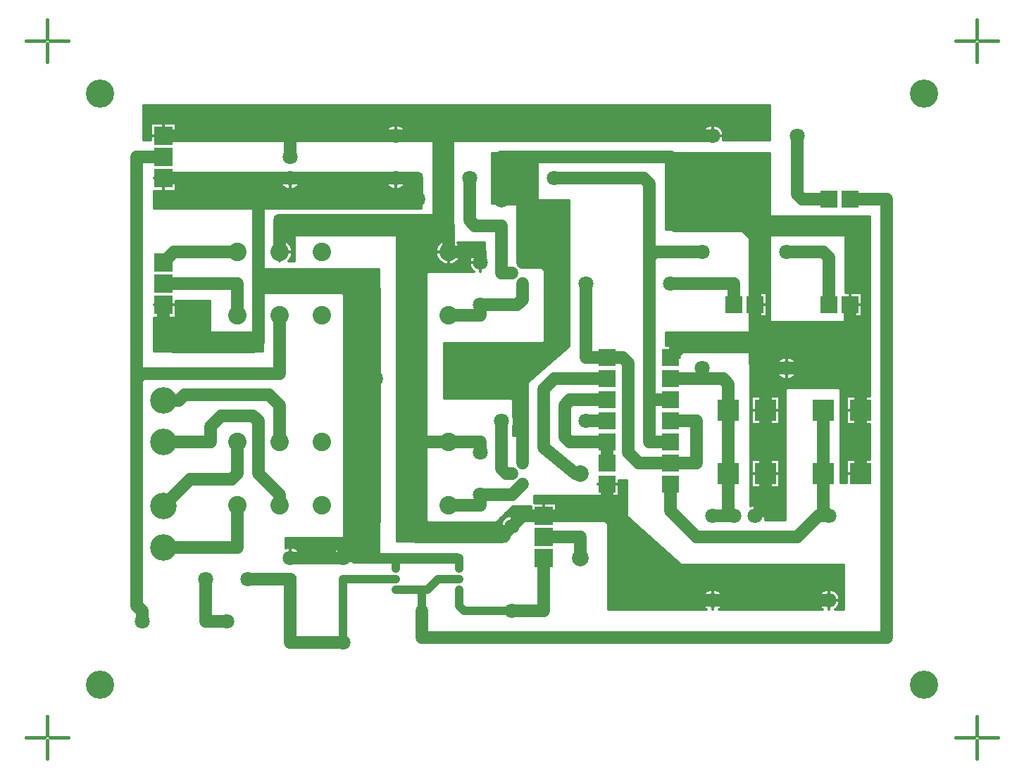
<source format=gbr>
G04                                                                  *
G04 SOURCE        : LAYO1 PCB.EXE VERSION 10                         *
G04 FORMAT        : GERBER RS-274X, Inch, 2.4, Leading Zero          *
G04 TITLE         : CNC3018SWITCHERV4011_SIGNAL BOTTOM               *
G04 TIME          : Thursday, May 18, 2023  21:32:57                 *
G04                                                                  *
G04 Board width   : 125.000 mm. =  4.9213 inch                       *
G04 Board height  :  94.000 mm. =  3.7008 inch                       *
G04 Board offset  :   0.000 mm. =  0.0000 inch                       *
G04 Board offset  :   0.000 mm. =  0.0000 inch                       *
G04                                                                  *
G04 Apertures:                                                       *
G04       Type          X       Y             X       Y        Used  *
G04                      Inches                Metric                *
G04 D10   Round       0.1339  0.1339        3.400   3.400         4  *
G04 D11   Draw        0.0591  0.0591        1.500   1.500       271  *
G04 D12   Draw        0.0394  0.0394        1.000   1.000        20  *
G04 D13   Round       0.0787  0.0787        2.000   2.000         6  *
G04 D14   Round       0.0709  0.0709        1.800   1.800        35  *
G04 D15   Round       0.0622  0.0622        1.580   1.580         1  *
G04 D16   Rectangle   0.0787  0.0787        2.000   2.000        20  *
G04 D17   Square      0.0866  0.0866        2.200   2.200         9  *
G04 D18   Round       0.1260  0.1260        3.200   3.200         4  *
G04 D19   Round       0.0874  0.0874        2.220   2.220        16  *
G04 D20   Round       0.0378  0.0378        0.960   0.960        12  *
G04 D21   Draw        0.0157  0.0157        0.400   0.400        32  *
G04 D22   Rectangle   0.0984  0.0984        2.500   2.500         8  *
G04 D23   Draw        0.0119  0.0119        0.301   0.301      4021  *
G04                                                                  *
%FSLAX24Y24*
MOIN*
SFA1.0B1.0*%
%ADD10C,0.1339*%
%ADD11C,0.0591*%
%ADD12C,0.0394*%
%ADD13C,0.0787*%
%ADD14C,0.0709*%
%ADD15C,0.0622*%
%ADD16R,0.0787X0.0787*%
%ADD17R,0.0866X0.0866*%
%ADD18C,0.1260*%
%ADD19C,0.0874*%
%ADD20C,0.0378*%
%ADD21C,0.0157*%
%ADD22R,0.0984X0.0984*%
%ADD23C,0.0119*%
%LNSIGNAL BOTTOM*%
G54D10*
X005000Y033008D03*
X044000Y033008D03*
X044000Y005008D03*
X005000Y005008D03*
G54D11*
X032000Y016508D02*
X031000Y016508D01*
X031000Y018508D01*
X032000Y018508D01*
X033500Y025508D02*
X031250Y025508D01*
X031000Y025258D01*
X031000Y018508D01*
X026500Y029008D02*
X030750Y029008D01*
X031000Y028758D01*
X031000Y025258D01*
X032000Y015508D02*
X033250Y015508D01*
X033250Y017508D01*
X032000Y017508D01*
X029000Y020508D02*
X029750Y020508D01*
X030000Y020258D01*
X030000Y016008D01*
X030500Y015508D01*
X032000Y015508D01*
X028000Y024008D02*
X028000Y020508D01*
X029000Y020508D01*
X008000Y031008D02*
X019000Y031008D01*
X014000Y031008D02*
X014000Y030008D01*
X019000Y031008D02*
X021250Y031008D01*
X021250Y027008D01*
X021500Y026758D01*
X021500Y025508D01*
X013500Y025508D02*
X013500Y027008D01*
X021250Y027008D01*
X021500Y016508D02*
X023000Y016508D01*
X023000Y016008D01*
X021500Y025508D02*
X023000Y025508D01*
X023000Y025008D01*
X021500Y016508D02*
X020000Y016508D01*
X020000Y027008D01*
X024500Y012508D02*
X024000Y012008D01*
X020000Y012008D01*
X020000Y016508D01*
X024500Y012508D02*
X025000Y013008D01*
X026000Y013008D01*
X034000Y009008D02*
X039500Y009008D01*
X026000Y013008D02*
X029000Y013008D01*
X034000Y031008D02*
X021250Y031008D01*
X029000Y013008D02*
X029000Y014508D01*
X029000Y013008D02*
X033000Y009008D01*
X034000Y009008D01*
X039500Y013008D02*
X039250Y013258D01*
X039250Y015008D01*
X039250Y015008D02*
X039250Y018008D01*
X032000Y014508D02*
X032000Y013258D01*
X033250Y012008D01*
X038000Y012008D01*
X039000Y013008D01*
X039500Y013008D01*
X034000Y013008D02*
X035000Y013008D01*
X034750Y013008D02*
X034750Y015008D01*
X034750Y015008D02*
X034750Y018008D01*
X032000Y019508D02*
X032000Y019508D01*
X034500Y019508D01*
X034750Y019258D01*
X034750Y018008D01*
X024500Y024508D02*
X024000Y024508D01*
X024000Y026008D01*
X024000Y026008D02*
X024000Y026758D01*
X022750Y026758D01*
X022500Y027008D01*
X022500Y029008D01*
X021500Y022508D02*
X023000Y022508D01*
X023000Y023008D01*
X023000Y023008D02*
X024750Y023008D01*
X025000Y023258D01*
X025000Y024008D01*
X008000Y025008D02*
X008500Y025508D01*
X011500Y025508D01*
X008000Y024008D02*
X011500Y024008D01*
X011500Y022508D01*
X037500Y025508D02*
X039250Y025508D01*
X039500Y025258D01*
X039500Y023008D01*
X008000Y011508D02*
X011500Y011508D01*
X011500Y013508D01*
X008000Y016508D02*
X010250Y016508D01*
X010250Y017258D01*
X010750Y017758D01*
X012250Y017758D01*
X012500Y017508D01*
X012500Y015008D01*
X013500Y014008D01*
X013500Y013508D01*
X008000Y018476D02*
X008031Y018508D01*
X013500Y018258D02*
X013500Y016508D01*
X013500Y018258D02*
X013000Y018758D01*
X009000Y018758D01*
X008719Y018476D01*
X008000Y018476D01*
X032000Y024008D02*
X035000Y024008D01*
X035000Y023008D01*
X021500Y013508D02*
X023000Y013508D01*
X023000Y014008D01*
X023000Y014008D02*
X024500Y014008D01*
X025000Y014508D01*
X008000Y013476D02*
X009281Y014758D01*
X011250Y014758D01*
X011500Y015008D01*
X011500Y016508D01*
X013500Y022508D02*
X013500Y019758D01*
X007000Y019758D01*
X006750Y019508D01*
X006750Y008758D01*
X007000Y008508D01*
X007000Y008008D01*
X006750Y019508D02*
X006750Y030008D01*
X008000Y030008D01*
X029000Y015508D02*
X029000Y016508D01*
X029000Y016508D02*
X027250Y016508D01*
X027000Y016758D01*
X027000Y018258D01*
X027250Y018508D01*
X029000Y018508D01*
X028000Y017508D02*
X029000Y017508D01*
X024000Y017508D02*
X024000Y015258D01*
X024250Y015008D01*
X024500Y015008D01*
X024000Y016008D02*
X024000Y017508D01*
X011000Y008008D02*
X010000Y008008D01*
X010000Y010008D01*
X038000Y031008D02*
X038000Y028258D01*
X038250Y028008D01*
X039500Y028008D01*
X026000Y012008D02*
X027750Y012008D01*
X027750Y011008D01*
X029000Y019508D02*
X026500Y019508D01*
X026000Y019008D01*
X026000Y016258D01*
X027500Y015008D01*
X027750Y015008D01*
X024500Y008508D02*
X026000Y008508D01*
X026000Y011008D01*
X020250Y008508D02*
X020250Y007258D01*
X042250Y007258D01*
X042250Y028008D01*
X040500Y028008D01*
X012000Y010008D02*
X014000Y010008D01*
X014000Y010008D02*
X014000Y007008D01*
X016500Y007008D01*
X008000Y029008D02*
X014000Y029008D01*
X014000Y029008D02*
X019000Y029008D01*
X014000Y011008D02*
X016500Y011008D01*
X019000Y029008D02*
X020000Y029008D01*
X020000Y028008D01*
X024000Y028008D02*
X025000Y028008D01*
X025000Y025008D01*
X025000Y025008D02*
X026000Y025008D01*
X026500Y024508D01*
X026500Y023508D01*
X025000Y016508D02*
X025000Y015508D01*
X018000Y019508D02*
X018000Y012758D01*
X016500Y011258D01*
X016500Y011008D01*
X036500Y015008D02*
X036500Y018008D01*
X036000Y013008D02*
X036500Y013508D01*
X036500Y015008D01*
X041000Y015008D02*
X041000Y018008D01*
X036500Y017758D02*
X036500Y020008D01*
X037500Y020008D01*
X037250Y020008D02*
X040750Y020008D01*
X041000Y019758D01*
X041000Y018008D01*
X040500Y023008D02*
X040500Y020008D01*
X036000Y023008D02*
X036000Y020258D01*
X036250Y020008D01*
X036500Y020008D01*
X032000Y020508D02*
X032500Y021008D01*
X036000Y021008D01*
X025000Y016508D02*
X025000Y019508D01*
X022000Y019508D01*
X025000Y019508D02*
X026500Y020758D01*
X026500Y023508D01*
X024000Y028008D02*
X024000Y030008D01*
X008000Y023008D02*
X008000Y021508D01*
X008500Y021008D01*
X012250Y021008D01*
X012500Y021258D01*
X012500Y029008D01*
X012500Y024008D02*
X017750Y024008D01*
X018000Y023758D01*
X018000Y019508D01*
X024000Y030008D02*
X032000Y030008D01*
X032250Y029758D01*
X032250Y026758D01*
X035500Y026758D01*
X036000Y026258D01*
X036000Y023008D01*
G54D12*
X024500Y008508D02*
X022250Y008508D01*
X022000Y008758D01*
X022000Y009508D01*
X019000Y009508D02*
X019000Y009508D01*
X020500Y009508D01*
X021000Y010008D01*
X022000Y010008D01*
X020250Y009508D02*
X020250Y008508D01*
X019000Y010008D02*
X016500Y010008D01*
X016500Y007008D01*
X016500Y011008D02*
X019000Y011008D01*
X019000Y010508D01*
X019000Y011008D02*
X022000Y011008D01*
X022000Y010508D01*
G54D13*
X020000Y028008D03*
X024000Y028008D03*
X022000Y019508D03*
X018000Y019508D03*
X027750Y011008D03*
X027750Y015008D03*
G54D14*
X014000Y030008D03*
X014000Y029008D03*
X019000Y031008D03*
X019000Y029008D03*
X035000Y013008D03*
X036000Y013008D03*
X014000Y011008D03*
X023000Y023008D03*
X023000Y025008D03*
X023000Y014008D03*
X023000Y016008D03*
X010000Y010008D03*
X012000Y010008D03*
X039500Y009008D03*
X039500Y013008D03*
X026500Y029008D03*
X022500Y029008D03*
X033500Y025508D03*
X037500Y025508D03*
X034000Y009008D03*
X034000Y013008D03*
X032000Y024008D03*
X028000Y024008D03*
X033500Y020008D03*
X037500Y020008D03*
X028000Y017508D03*
X024000Y017508D03*
X024500Y008508D03*
X024500Y012508D03*
X038000Y031008D03*
X034000Y031008D03*
X011000Y008008D03*
X007000Y008008D03*
X016500Y011008D03*
X016500Y007008D03*
G54D15*
X014000Y010008D03*
G54D16*
X039500Y023008D03*
X040500Y023008D03*
X035000Y023008D03*
X036000Y023008D03*
X039500Y028008D03*
X040500Y028008D03*
X032000Y014508D03*
X032000Y015508D03*
X032000Y016508D03*
X032000Y017508D03*
X032000Y018508D03*
X032000Y019508D03*
X032000Y020508D03*
X029000Y020508D03*
X029000Y019508D03*
X029000Y018508D03*
X029000Y017508D03*
X029000Y016508D03*
X029000Y015508D03*
X029000Y014508D03*
G54D17*
X008000Y031008D03*
X008000Y030008D03*
X008000Y029008D03*
X008000Y025008D03*
X008000Y024008D03*
X008000Y023008D03*
X026000Y013008D03*
X026000Y012008D03*
X026000Y011008D03*
G54D18*
X008000Y016508D03*
X008000Y018476D03*
X008000Y011508D03*
X008000Y013476D03*
G54D19*
X021500Y025508D03*
X021500Y022508D03*
X013500Y025508D03*
X015500Y025508D03*
X011500Y025508D03*
X013500Y022508D03*
X015500Y022508D03*
X011500Y022508D03*
X021500Y016508D03*
X021500Y013508D03*
X013500Y016508D03*
X015500Y016508D03*
X011500Y016508D03*
X013500Y013508D03*
X015500Y013508D03*
X011500Y013508D03*
G54D20*
X025000Y025008D03*
X024500Y024508D03*
X025000Y024008D03*
X025000Y015508D03*
X024500Y015008D03*
X025000Y014508D03*
X022000Y010508D03*
X022000Y010008D03*
X022000Y009508D03*
X019000Y010508D03*
X019000Y010008D03*
X019000Y009508D03*
G54D21*
X001500Y035508D02*
X002375Y035508D01*
X002500Y035383D02*
X002500Y034508D01*
X002625Y035508D02*
X003500Y035508D01*
X002500Y035633D02*
X002500Y036508D01*
X045500Y035508D02*
X046375Y035508D01*
X046500Y035383D02*
X046500Y034508D01*
X046625Y035508D02*
X047500Y035508D01*
X046500Y035633D02*
X046500Y036508D01*
X045500Y002508D02*
X046375Y002508D01*
X046500Y002383D02*
X046500Y001508D01*
X046625Y002508D02*
X047500Y002508D01*
X046500Y002633D02*
X046500Y003508D01*
X001500Y002508D02*
X002375Y002508D01*
X002500Y002383D02*
X002500Y001508D01*
X002625Y002508D02*
X003500Y002508D01*
X002500Y002633D02*
X002500Y003508D01*
G54D22*
X041000Y015008D03*
X041000Y018008D03*
X039250Y018008D03*
X039250Y015008D03*
X036500Y015008D03*
X036500Y018008D03*
X034750Y018008D03*
X034750Y015008D03*
G54D23*
X036691Y032449D02*
X036691Y030817D01*
X034492Y030817D01*
X034514Y030870D01*
X034532Y031008D01*
X034000Y031008D01*
X034000Y030817D01*
X034000Y030817D01*
X034000Y031008D01*
X033468Y031008D01*
X033486Y030870D01*
X033508Y030817D01*
X021750Y030817D01*
X021735Y030815D01*
X021720Y030809D01*
X021708Y030800D01*
X021699Y030788D01*
X021693Y030773D01*
X021691Y030758D01*
X021691Y026089D01*
X021659Y026102D01*
X021500Y026123D01*
X021500Y025508D01*
X022115Y025508D01*
X022094Y025667D01*
X022032Y025815D01*
X021935Y025943D01*
X021927Y025949D01*
X023191Y025949D01*
X023191Y025500D01*
X023138Y025522D01*
X023000Y025540D01*
X023000Y025008D01*
X023191Y025008D01*
X023191Y025008D01*
X023000Y025008D01*
X023000Y024567D01*
X023000Y024567D01*
X023000Y025008D01*
X022468Y025008D01*
X022486Y024870D01*
X022539Y024742D01*
X022624Y024632D01*
X022708Y024567D01*
X020500Y024567D01*
X020485Y024565D01*
X020470Y024559D01*
X020458Y024550D01*
X020449Y024538D01*
X020443Y024523D01*
X020441Y024508D01*
X020441Y012758D01*
X020443Y012743D01*
X020449Y012728D01*
X020458Y012716D01*
X020470Y012707D01*
X020485Y012701D01*
X020500Y012699D01*
X023750Y012699D01*
X023765Y012701D01*
X023780Y012707D01*
X023792Y012716D01*
X024525Y013449D01*
X025389Y013449D01*
X025389Y013008D01*
X026000Y013008D01*
X026000Y013619D01*
X025559Y013619D01*
X025559Y013949D01*
X028429Y013949D01*
X028429Y013936D01*
X029000Y013936D01*
X029000Y014508D01*
X028559Y014508D01*
X028559Y014508D01*
X029000Y014508D01*
X029000Y014699D01*
X029000Y014699D01*
X029000Y014508D01*
X029571Y014508D01*
X029571Y014699D01*
X029941Y014699D01*
X029941Y013008D01*
X029943Y012993D01*
X029949Y012978D01*
X029958Y012966D01*
X029960Y012964D01*
X032460Y010714D01*
X032473Y010705D01*
X032488Y010700D01*
X032500Y010699D01*
X040191Y010699D01*
X040191Y008567D01*
X039792Y008567D01*
X039876Y008632D01*
X039961Y008742D01*
X040014Y008870D01*
X040032Y009008D01*
X039500Y009008D01*
X039500Y008567D01*
X039500Y008567D01*
X039500Y009008D01*
X038968Y009008D01*
X038986Y008870D01*
X039039Y008742D01*
X039124Y008632D01*
X039208Y008567D01*
X034292Y008567D01*
X034376Y008632D01*
X034461Y008742D01*
X034514Y008870D01*
X034532Y009008D01*
X034000Y009008D01*
X034000Y008567D01*
X034000Y008567D01*
X034000Y009008D01*
X033468Y009008D01*
X033486Y008870D01*
X033539Y008742D01*
X033624Y008632D01*
X033708Y008567D01*
X029059Y008567D01*
X029059Y012758D01*
X029057Y012773D01*
X029051Y012788D01*
X029042Y012800D01*
X029030Y012809D01*
X029015Y012815D01*
X029000Y012817D01*
X026611Y012817D01*
X026611Y013008D01*
X026000Y013008D01*
X026000Y012817D01*
X026000Y012817D01*
X026000Y013008D01*
X025389Y013008D01*
X025389Y012817D01*
X025000Y012817D01*
X024985Y012815D01*
X024970Y012809D01*
X024958Y012800D01*
X024953Y012793D01*
X024949Y012789D01*
X024876Y012884D01*
X024766Y012969D01*
X024638Y013022D01*
X024500Y013040D01*
X024500Y012508D01*
X024738Y012508D01*
X024738Y012508D01*
X024500Y012508D01*
X024500Y012190D01*
X024500Y012190D01*
X024500Y012508D01*
X023968Y012508D01*
X023986Y012370D01*
X024039Y012242D01*
X024124Y012132D01*
X024234Y012047D01*
X024355Y011997D01*
X024220Y011817D01*
X019059Y011817D01*
X019059Y026258D01*
X019057Y026273D01*
X019051Y026288D01*
X019042Y026300D01*
X019030Y026309D01*
X019015Y026315D01*
X019000Y026317D01*
X014250Y026317D01*
X014235Y026315D01*
X014220Y026309D01*
X014208Y026300D01*
X014199Y026288D01*
X014193Y026273D01*
X014191Y026258D01*
X014191Y025067D01*
X013927Y025067D01*
X013935Y025073D01*
X014032Y025200D01*
X014094Y025349D01*
X014115Y025508D01*
X013500Y025508D01*
X013500Y025067D01*
X013500Y025067D01*
X013500Y025508D01*
X013309Y025508D01*
X013309Y025508D01*
X013500Y025508D01*
X013500Y026123D01*
X013341Y026102D01*
X013309Y026089D01*
X013309Y027199D01*
X020750Y027199D01*
X020765Y027201D01*
X020780Y027207D01*
X020792Y027216D01*
X020801Y027228D01*
X020807Y027243D01*
X020809Y027258D01*
X020809Y030758D01*
X020807Y030773D01*
X020801Y030788D01*
X020792Y030800D01*
X020780Y030809D01*
X020765Y030815D01*
X020750Y030817D01*
X019492Y030817D01*
X019514Y030870D01*
X019532Y031008D01*
X019000Y031008D01*
X019000Y030817D01*
X019000Y030817D01*
X019000Y031008D01*
X018468Y031008D01*
X018486Y030870D01*
X018508Y030817D01*
X008611Y030817D01*
X008611Y031008D01*
X008000Y031008D01*
X008000Y030817D01*
X008000Y030817D01*
X008000Y031008D01*
X007389Y031008D01*
X007389Y030817D01*
X007059Y030817D01*
X007059Y032449D01*
X036691Y032449D01*
X008611Y031619D02*
X008000Y031619D01*
X008000Y031008D01*
X008611Y031008D01*
X008611Y031619D01*
X008000Y031619D02*
X007389Y031619D01*
X007389Y031008D01*
X008000Y031008D01*
X008000Y031619D01*
X018468Y031008D02*
X019000Y031008D01*
X019000Y031540D01*
X018862Y031522D01*
X018734Y031469D01*
X018624Y031384D01*
X018539Y031274D01*
X018486Y031146D01*
X018468Y031008D01*
X013500Y026123D02*
X013500Y025508D01*
X014115Y025508D01*
X014094Y025667D01*
X014032Y025815D01*
X013935Y025943D01*
X013807Y026040D01*
X013659Y026102D01*
X013500Y026123D01*
X019000Y031008D02*
X019532Y031008D01*
X019514Y031146D01*
X019461Y031274D01*
X019376Y031384D01*
X019266Y031469D01*
X019138Y031522D01*
X019000Y031540D01*
X019000Y031008D01*
X020968Y025815D02*
X020906Y025667D01*
X020885Y025508D01*
X021500Y025508D01*
X021500Y026123D01*
X021341Y026102D01*
X021193Y026040D01*
X021065Y025943D01*
X020968Y025815D01*
X020885Y025508D02*
X020906Y025349D01*
X020968Y025200D01*
X021065Y025073D01*
X021193Y024975D01*
X021341Y024914D01*
X021500Y024893D01*
X021500Y025508D01*
X020885Y025508D01*
X021500Y025508D02*
X021500Y024893D01*
X021659Y024914D01*
X021807Y024975D01*
X021935Y025073D01*
X022032Y025200D01*
X022094Y025349D01*
X022115Y025508D01*
X021500Y025508D01*
X022539Y025274D02*
X022486Y025146D01*
X022468Y025008D01*
X023000Y025008D01*
X023000Y025540D01*
X022862Y025522D01*
X022734Y025469D01*
X022624Y025384D01*
X022539Y025274D01*
X034000Y031008D02*
X034000Y031540D01*
X033862Y031522D01*
X033734Y031469D01*
X033624Y031384D01*
X033539Y031274D01*
X033486Y031146D01*
X033468Y031008D01*
X034000Y031008D01*
X034000Y031008D02*
X034532Y031008D01*
X034514Y031146D01*
X034461Y031274D01*
X034376Y031384D01*
X034266Y031469D01*
X034138Y031522D01*
X034000Y031540D01*
X034000Y031008D01*
X024124Y012884D02*
X024039Y012774D01*
X023986Y012646D01*
X023968Y012508D01*
X024500Y012508D01*
X024500Y013040D01*
X024362Y013022D01*
X024234Y012969D01*
X024124Y012884D01*
X026000Y013619D02*
X026000Y013008D01*
X026611Y013008D01*
X026611Y013619D01*
X026000Y013619D01*
X029000Y014508D02*
X029000Y013936D01*
X029571Y013936D01*
X029571Y014508D01*
X029000Y014508D01*
X033624Y009384D02*
X033539Y009274D01*
X033486Y009146D01*
X033468Y009008D01*
X034000Y009008D01*
X034000Y009540D01*
X033862Y009522D01*
X033734Y009469D01*
X033624Y009384D01*
X034000Y009540D02*
X034000Y009008D01*
X034532Y009008D01*
X034514Y009146D01*
X034461Y009274D01*
X034376Y009384D01*
X034266Y009469D01*
X034138Y009522D01*
X034000Y009540D01*
X039124Y009384D02*
X039039Y009274D01*
X038986Y009146D01*
X038968Y009008D01*
X039500Y009008D01*
X039500Y009540D01*
X039362Y009522D01*
X039234Y009469D01*
X039124Y009384D01*
X039500Y009008D02*
X040032Y009008D01*
X040014Y009146D01*
X039961Y009274D01*
X039876Y009384D01*
X039766Y009469D01*
X039638Y009522D01*
X039500Y009540D01*
X039500Y009008D01*
X007059Y032449D02*
X036691Y032449D01*
X007059Y032369D02*
X036691Y032369D01*
X007059Y032290D02*
X036691Y032290D01*
X007059Y032211D02*
X036691Y032211D01*
X007059Y032132D02*
X036691Y032132D01*
X007059Y032053D02*
X036691Y032053D01*
X007059Y031974D02*
X036691Y031974D01*
X007059Y031895D02*
X036691Y031895D01*
X007059Y031816D02*
X036691Y031816D01*
X007059Y031736D02*
X036691Y031736D01*
X007059Y031657D02*
X036691Y031657D01*
X007059Y031578D02*
X007389Y031578D01*
X008000Y031578D02*
X008000Y031578D01*
X008611Y031578D02*
X036691Y031578D01*
X007059Y031499D02*
X007389Y031499D01*
X008000Y031499D02*
X008000Y031499D01*
X008611Y031499D02*
X018807Y031499D01*
X019000Y031499D02*
X019000Y031499D01*
X019193Y031499D02*
X033807Y031499D01*
X034000Y031499D02*
X034000Y031499D01*
X034193Y031499D02*
X036691Y031499D01*
X007059Y031420D02*
X007389Y031420D01*
X008000Y031420D02*
X008000Y031420D01*
X008611Y031420D02*
X018670Y031420D01*
X019000Y031420D02*
X019000Y031420D01*
X019330Y031420D02*
X033670Y031420D01*
X034000Y031420D02*
X034000Y031420D01*
X034330Y031420D02*
X036691Y031420D01*
X007059Y031341D02*
X007389Y031341D01*
X008000Y031341D02*
X008000Y031341D01*
X008611Y031341D02*
X018590Y031341D01*
X019000Y031341D02*
X019000Y031341D01*
X019410Y031341D02*
X033590Y031341D01*
X034000Y031341D02*
X034000Y031341D01*
X034410Y031341D02*
X036691Y031341D01*
X007059Y031262D02*
X007389Y031262D01*
X008000Y031262D02*
X008000Y031262D01*
X008611Y031262D02*
X018534Y031262D01*
X019000Y031262D02*
X019000Y031262D01*
X019466Y031262D02*
X033534Y031262D01*
X034000Y031262D02*
X034000Y031262D01*
X034466Y031262D02*
X036691Y031262D01*
X007059Y031182D02*
X007389Y031182D01*
X008000Y031182D02*
X008000Y031182D01*
X008611Y031182D02*
X018501Y031182D01*
X019000Y031182D02*
X019000Y031182D01*
X019499Y031182D02*
X033501Y031182D01*
X034000Y031182D02*
X034000Y031182D01*
X034499Y031182D02*
X036691Y031182D01*
X007059Y031103D02*
X007389Y031103D01*
X008000Y031103D02*
X008000Y031103D01*
X008611Y031103D02*
X018480Y031103D01*
X019000Y031103D02*
X019000Y031103D01*
X019520Y031103D02*
X033480Y031103D01*
X034000Y031103D02*
X034000Y031103D01*
X034520Y031103D02*
X036691Y031103D01*
X007059Y031024D02*
X007389Y031024D01*
X008000Y031024D02*
X008000Y031024D01*
X008611Y031024D02*
X018470Y031024D01*
X019000Y031024D02*
X019000Y031024D01*
X019530Y031024D02*
X033470Y031024D01*
X034000Y031024D02*
X034000Y031024D01*
X034530Y031024D02*
X036691Y031024D01*
X007059Y030945D02*
X007389Y030945D01*
X008000Y030945D02*
X008000Y030945D01*
X008611Y030945D02*
X018476Y030945D01*
X019000Y030945D02*
X019000Y030945D01*
X019524Y030945D02*
X033476Y030945D01*
X034000Y030945D02*
X034000Y030945D01*
X034524Y030945D02*
X036691Y030945D01*
X007059Y030866D02*
X007389Y030866D01*
X008000Y030866D02*
X008000Y030866D01*
X008611Y030866D02*
X018488Y030866D01*
X019000Y030866D02*
X019000Y030866D01*
X019512Y030866D02*
X033488Y030866D01*
X034000Y030866D02*
X034000Y030866D01*
X034512Y030866D02*
X036691Y030866D01*
X020802Y030787D02*
X021698Y030787D01*
X020809Y030708D02*
X021691Y030708D01*
X020809Y030629D02*
X021691Y030629D01*
X020809Y030549D02*
X021691Y030549D01*
X020809Y030470D02*
X021691Y030470D01*
X020809Y030391D02*
X021691Y030391D01*
X020809Y030312D02*
X021691Y030312D01*
X020809Y030233D02*
X021691Y030233D01*
X020809Y030154D02*
X021691Y030154D01*
X020809Y030075D02*
X021691Y030075D01*
X020809Y029995D02*
X021691Y029995D01*
X020809Y029916D02*
X021691Y029916D01*
X020809Y029837D02*
X021691Y029837D01*
X020809Y029758D02*
X021691Y029758D01*
X020809Y029679D02*
X021691Y029679D01*
X020809Y029600D02*
X021691Y029600D01*
X020809Y029521D02*
X021691Y029521D01*
X020809Y029442D02*
X021691Y029442D01*
X020809Y029362D02*
X021691Y029362D01*
X020809Y029283D02*
X021691Y029283D01*
X020809Y029204D02*
X021691Y029204D01*
X020809Y029125D02*
X021691Y029125D01*
X020809Y029046D02*
X021691Y029046D01*
X020809Y028967D02*
X021691Y028967D01*
X020809Y028888D02*
X021691Y028888D01*
X020809Y028808D02*
X021691Y028808D01*
X020809Y028729D02*
X021691Y028729D01*
X020809Y028650D02*
X021691Y028650D01*
X020809Y028571D02*
X021691Y028571D01*
X020809Y028492D02*
X021691Y028492D01*
X020809Y028413D02*
X021691Y028413D01*
X020809Y028334D02*
X021691Y028334D01*
X020809Y028255D02*
X021691Y028255D01*
X020809Y028175D02*
X021691Y028175D01*
X020809Y028096D02*
X021691Y028096D01*
X020809Y028017D02*
X021691Y028017D01*
X020809Y027938D02*
X021691Y027938D01*
X020809Y027859D02*
X021691Y027859D01*
X020809Y027780D02*
X021691Y027780D01*
X020809Y027701D02*
X021691Y027701D01*
X020809Y027621D02*
X021691Y027621D01*
X020809Y027542D02*
X021691Y027542D01*
X020809Y027463D02*
X021691Y027463D01*
X020809Y027384D02*
X021691Y027384D01*
X020809Y027305D02*
X021691Y027305D01*
X020799Y027226D02*
X021691Y027226D01*
X013309Y027147D02*
X021691Y027147D01*
X013309Y027068D02*
X021691Y027068D01*
X013309Y026988D02*
X021691Y026988D01*
X013309Y026909D02*
X021691Y026909D01*
X013309Y026830D02*
X021691Y026830D01*
X013309Y026751D02*
X021691Y026751D01*
X013309Y026672D02*
X021691Y026672D01*
X013309Y026593D02*
X021691Y026593D01*
X013309Y026514D02*
X021691Y026514D01*
X013309Y026434D02*
X021691Y026434D01*
X013309Y026355D02*
X021691Y026355D01*
X013309Y026276D02*
X014194Y026276D01*
X019056Y026276D02*
X021691Y026276D01*
X013309Y026197D02*
X014191Y026197D01*
X019059Y026197D02*
X021691Y026197D01*
X013309Y026118D02*
X013464Y026118D01*
X013500Y026118D02*
X013500Y026118D01*
X013536Y026118D02*
X014191Y026118D01*
X019059Y026118D02*
X021464Y026118D01*
X021500Y026118D02*
X021500Y026118D01*
X021536Y026118D02*
X021691Y026118D01*
X013500Y026039D02*
X013500Y026039D01*
X013809Y026039D02*
X014191Y026039D01*
X019059Y026039D02*
X021191Y026039D01*
X021500Y026039D02*
X021500Y026039D01*
X013500Y025960D02*
X013500Y025960D01*
X013913Y025960D02*
X014191Y025960D01*
X019059Y025960D02*
X021087Y025960D01*
X021500Y025960D02*
X021500Y025960D01*
X013500Y025881D02*
X013500Y025881D01*
X013982Y025881D02*
X014191Y025881D01*
X019059Y025881D02*
X021018Y025881D01*
X021500Y025881D02*
X021500Y025881D01*
X021982Y025881D02*
X023191Y025881D01*
X013500Y025801D02*
X013500Y025801D01*
X014038Y025801D02*
X014191Y025801D01*
X019059Y025801D02*
X020962Y025801D01*
X021500Y025801D02*
X021500Y025801D01*
X022038Y025801D02*
X023191Y025801D01*
X013500Y025722D02*
X013500Y025722D01*
X014071Y025722D02*
X014191Y025722D01*
X019059Y025722D02*
X020929Y025722D01*
X021500Y025722D02*
X021500Y025722D01*
X022071Y025722D02*
X023191Y025722D01*
X013500Y025643D02*
X013500Y025643D01*
X014097Y025643D02*
X014191Y025643D01*
X019059Y025643D02*
X020903Y025643D01*
X021500Y025643D02*
X021500Y025643D01*
X022097Y025643D02*
X023191Y025643D01*
X013500Y025564D02*
X013500Y025564D01*
X014107Y025564D02*
X014191Y025564D01*
X019059Y025564D02*
X020893Y025564D01*
X021500Y025564D02*
X021500Y025564D01*
X022107Y025564D02*
X023191Y025564D01*
X013500Y025485D02*
X013500Y025485D01*
X014112Y025485D02*
X014191Y025485D01*
X019059Y025485D02*
X020888Y025485D01*
X021500Y025485D02*
X021500Y025485D01*
X022112Y025485D02*
X022773Y025485D01*
X023000Y025485D02*
X023000Y025485D01*
X013500Y025406D02*
X013500Y025406D01*
X014101Y025406D02*
X014191Y025406D01*
X019059Y025406D02*
X020899Y025406D01*
X021500Y025406D02*
X021500Y025406D01*
X022101Y025406D02*
X022652Y025406D01*
X023000Y025406D02*
X023000Y025406D01*
X013500Y025327D02*
X013500Y025327D01*
X014085Y025327D02*
X014191Y025327D01*
X019059Y025327D02*
X020915Y025327D01*
X021500Y025327D02*
X021500Y025327D01*
X022085Y025327D02*
X022580Y025327D01*
X023000Y025327D02*
X023000Y025327D01*
X013500Y025247D02*
X013500Y025247D01*
X014052Y025247D02*
X014191Y025247D01*
X019059Y025247D02*
X020948Y025247D01*
X021500Y025247D02*
X021500Y025247D01*
X022052Y025247D02*
X022528Y025247D01*
X023000Y025247D02*
X023000Y025247D01*
X013500Y025168D02*
X013500Y025168D01*
X014008Y025168D02*
X014191Y025168D01*
X019059Y025168D02*
X020992Y025168D01*
X021500Y025168D02*
X021500Y025168D01*
X022008Y025168D02*
X022495Y025168D01*
X023000Y025168D02*
X023000Y025168D01*
X013500Y025089D02*
X013500Y025089D01*
X013947Y025089D02*
X014191Y025089D01*
X019059Y025089D02*
X021053Y025089D01*
X021500Y025089D02*
X021500Y025089D01*
X021947Y025089D02*
X022479Y025089D01*
X023000Y025089D02*
X023000Y025089D01*
X019059Y025010D02*
X021148Y025010D01*
X021500Y025010D02*
X021500Y025010D01*
X021852Y025010D02*
X022468Y025010D01*
X023000Y025010D02*
X023000Y025010D01*
X019059Y024931D02*
X021300Y024931D01*
X021500Y024931D02*
X021500Y024931D01*
X021700Y024931D02*
X022478Y024931D01*
X023000Y024931D02*
X023000Y024931D01*
X019059Y024852D02*
X022494Y024852D01*
X023000Y024852D02*
X023000Y024852D01*
X019059Y024773D02*
X022526Y024773D01*
X023000Y024773D02*
X023000Y024773D01*
X019059Y024694D02*
X022576Y024694D01*
X023000Y024694D02*
X023000Y024694D01*
X019059Y024614D02*
X022646Y024614D01*
X023000Y024614D02*
X023000Y024614D01*
X019059Y024535D02*
X020448Y024535D01*
X019059Y024456D02*
X020441Y024456D01*
X019059Y024377D02*
X020441Y024377D01*
X019059Y024298D02*
X020441Y024298D01*
X019059Y024219D02*
X020441Y024219D01*
X019059Y024140D02*
X020441Y024140D01*
X019059Y024060D02*
X020441Y024060D01*
X019059Y023981D02*
X020441Y023981D01*
X019059Y023902D02*
X020441Y023902D01*
X019059Y023823D02*
X020441Y023823D01*
X019059Y023744D02*
X020441Y023744D01*
X019059Y023665D02*
X020441Y023665D01*
X019059Y023586D02*
X020441Y023586D01*
X019059Y023506D02*
X020441Y023506D01*
X019059Y023427D02*
X020441Y023427D01*
X019059Y023348D02*
X020441Y023348D01*
X019059Y023269D02*
X020441Y023269D01*
X019059Y023190D02*
X020441Y023190D01*
X019059Y023111D02*
X020441Y023111D01*
X019059Y023032D02*
X020441Y023032D01*
X019059Y022953D02*
X020441Y022953D01*
X019059Y022873D02*
X020441Y022873D01*
X019059Y022794D02*
X020441Y022794D01*
X019059Y022715D02*
X020441Y022715D01*
X019059Y022636D02*
X020441Y022636D01*
X019059Y022557D02*
X020441Y022557D01*
X019059Y022478D02*
X020441Y022478D01*
X019059Y022399D02*
X020441Y022399D01*
X019059Y022319D02*
X020441Y022319D01*
X019059Y022240D02*
X020441Y022240D01*
X019059Y022161D02*
X020441Y022161D01*
X019059Y022082D02*
X020441Y022082D01*
X019059Y022003D02*
X020441Y022003D01*
X019059Y021924D02*
X020441Y021924D01*
X019059Y021845D02*
X020441Y021845D01*
X019059Y021766D02*
X020441Y021766D01*
X019059Y021686D02*
X020441Y021686D01*
X019059Y021607D02*
X020441Y021607D01*
X019059Y021528D02*
X020441Y021528D01*
X019059Y021449D02*
X020441Y021449D01*
X019059Y021370D02*
X020441Y021370D01*
X019059Y021291D02*
X020441Y021291D01*
X019059Y021212D02*
X020441Y021212D01*
X019059Y021132D02*
X020441Y021132D01*
X019059Y021053D02*
X020441Y021053D01*
X019059Y020974D02*
X020441Y020974D01*
X019059Y020895D02*
X020441Y020895D01*
X019059Y020816D02*
X020441Y020816D01*
X019059Y020737D02*
X020441Y020737D01*
X019059Y020658D02*
X020441Y020658D01*
X019059Y020579D02*
X020441Y020579D01*
X019059Y020499D02*
X020441Y020499D01*
X019059Y020420D02*
X020441Y020420D01*
X019059Y020341D02*
X020441Y020341D01*
X019059Y020262D02*
X020441Y020262D01*
X019059Y020183D02*
X020441Y020183D01*
X019059Y020104D02*
X020441Y020104D01*
X019059Y020025D02*
X020441Y020025D01*
X019059Y019945D02*
X020441Y019945D01*
X019059Y019866D02*
X020441Y019866D01*
X019059Y019787D02*
X020441Y019787D01*
X019059Y019708D02*
X020441Y019708D01*
X019059Y019629D02*
X020441Y019629D01*
X019059Y019550D02*
X020441Y019550D01*
X019059Y019471D02*
X020441Y019471D01*
X019059Y019392D02*
X020441Y019392D01*
X019059Y019312D02*
X020441Y019312D01*
X019059Y019233D02*
X020441Y019233D01*
X019059Y019154D02*
X020441Y019154D01*
X019059Y019075D02*
X020441Y019075D01*
X019059Y018996D02*
X020441Y018996D01*
X019059Y018917D02*
X020441Y018917D01*
X019059Y018838D02*
X020441Y018838D01*
X019059Y018758D02*
X020441Y018758D01*
X019059Y018679D02*
X020441Y018679D01*
X019059Y018600D02*
X020441Y018600D01*
X019059Y018521D02*
X020441Y018521D01*
X019059Y018442D02*
X020441Y018442D01*
X019059Y018363D02*
X020441Y018363D01*
X019059Y018284D02*
X020441Y018284D01*
X019059Y018205D02*
X020441Y018205D01*
X019059Y018125D02*
X020441Y018125D01*
X019059Y018046D02*
X020441Y018046D01*
X019059Y017967D02*
X020441Y017967D01*
X019059Y017888D02*
X020441Y017888D01*
X019059Y017809D02*
X020441Y017809D01*
X019059Y017730D02*
X020441Y017730D01*
X019059Y017651D02*
X020441Y017651D01*
X019059Y017571D02*
X020441Y017571D01*
X019059Y017492D02*
X020441Y017492D01*
X019059Y017413D02*
X020441Y017413D01*
X019059Y017334D02*
X020441Y017334D01*
X019059Y017255D02*
X020441Y017255D01*
X019059Y017176D02*
X020441Y017176D01*
X019059Y017097D02*
X020441Y017097D01*
X019059Y017018D02*
X020441Y017018D01*
X019059Y016938D02*
X020441Y016938D01*
X019059Y016859D02*
X020441Y016859D01*
X019059Y016780D02*
X020441Y016780D01*
X019059Y016701D02*
X020441Y016701D01*
X019059Y016622D02*
X020441Y016622D01*
X019059Y016543D02*
X020441Y016543D01*
X019059Y016464D02*
X020441Y016464D01*
X019059Y016384D02*
X020441Y016384D01*
X019059Y016305D02*
X020441Y016305D01*
X019059Y016226D02*
X020441Y016226D01*
X019059Y016147D02*
X020441Y016147D01*
X019059Y016068D02*
X020441Y016068D01*
X019059Y015989D02*
X020441Y015989D01*
X019059Y015910D02*
X020441Y015910D01*
X019059Y015831D02*
X020441Y015831D01*
X019059Y015751D02*
X020441Y015751D01*
X019059Y015672D02*
X020441Y015672D01*
X019059Y015593D02*
X020441Y015593D01*
X019059Y015514D02*
X020441Y015514D01*
X019059Y015435D02*
X020441Y015435D01*
X019059Y015356D02*
X020441Y015356D01*
X019059Y015277D02*
X020441Y015277D01*
X019059Y015197D02*
X020441Y015197D01*
X019059Y015118D02*
X020441Y015118D01*
X019059Y015039D02*
X020441Y015039D01*
X019059Y014960D02*
X020441Y014960D01*
X019059Y014881D02*
X020441Y014881D01*
X019059Y014802D02*
X020441Y014802D01*
X019059Y014723D02*
X020441Y014723D01*
X019059Y014644D02*
X020441Y014644D01*
X029000Y014644D02*
X029000Y014644D01*
X029571Y014644D02*
X029941Y014644D01*
X019059Y014564D02*
X020441Y014564D01*
X029000Y014564D02*
X029000Y014564D01*
X029571Y014564D02*
X029941Y014564D01*
X019059Y014485D02*
X020441Y014485D01*
X029000Y014485D02*
X029000Y014485D01*
X029571Y014485D02*
X029941Y014485D01*
X019059Y014406D02*
X020441Y014406D01*
X029000Y014406D02*
X029000Y014406D01*
X029571Y014406D02*
X029941Y014406D01*
X019059Y014327D02*
X020441Y014327D01*
X029000Y014327D02*
X029000Y014327D01*
X029571Y014327D02*
X029941Y014327D01*
X019059Y014248D02*
X020441Y014248D01*
X029000Y014248D02*
X029000Y014248D01*
X029571Y014248D02*
X029941Y014248D01*
X019059Y014169D02*
X020441Y014169D01*
X029000Y014169D02*
X029000Y014169D01*
X029571Y014169D02*
X029941Y014169D01*
X019059Y014090D02*
X020441Y014090D01*
X029000Y014090D02*
X029000Y014090D01*
X029571Y014090D02*
X029941Y014090D01*
X019059Y014010D02*
X020441Y014010D01*
X029000Y014010D02*
X029000Y014010D01*
X029571Y014010D02*
X029941Y014010D01*
X019059Y013931D02*
X020441Y013931D01*
X025559Y013931D02*
X029941Y013931D01*
X019059Y013852D02*
X020441Y013852D01*
X025559Y013852D02*
X029941Y013852D01*
X019059Y013773D02*
X020441Y013773D01*
X025559Y013773D02*
X029941Y013773D01*
X019059Y013694D02*
X020441Y013694D01*
X025559Y013694D02*
X029941Y013694D01*
X019059Y013615D02*
X020441Y013615D01*
X026000Y013615D02*
X026000Y013615D01*
X026611Y013615D02*
X029941Y013615D01*
X019059Y013536D02*
X020441Y013536D01*
X026000Y013536D02*
X026000Y013536D01*
X026611Y013536D02*
X029941Y013536D01*
X019059Y013456D02*
X020441Y013456D01*
X026000Y013456D02*
X026000Y013456D01*
X026611Y013456D02*
X029941Y013456D01*
X019059Y013377D02*
X020441Y013377D01*
X024453Y013377D02*
X025389Y013377D01*
X026000Y013377D02*
X026000Y013377D01*
X026611Y013377D02*
X029941Y013377D01*
X019059Y013298D02*
X020441Y013298D01*
X024374Y013298D02*
X025389Y013298D01*
X026000Y013298D02*
X026000Y013298D01*
X026611Y013298D02*
X029941Y013298D01*
X019059Y013219D02*
X020441Y013219D01*
X024295Y013219D02*
X025389Y013219D01*
X026000Y013219D02*
X026000Y013219D01*
X026611Y013219D02*
X029941Y013219D01*
X019059Y013140D02*
X020441Y013140D01*
X024216Y013140D02*
X025389Y013140D01*
X026000Y013140D02*
X026000Y013140D01*
X026611Y013140D02*
X029941Y013140D01*
X019059Y013061D02*
X020441Y013061D01*
X024137Y013061D02*
X025389Y013061D01*
X026000Y013061D02*
X026000Y013061D01*
X026611Y013061D02*
X029941Y013061D01*
X019059Y012982D02*
X020441Y012982D01*
X024058Y012982D02*
X024265Y012982D01*
X024500Y012982D02*
X024500Y012982D01*
X024735Y012982D02*
X025389Y012982D01*
X026000Y012982D02*
X026000Y012982D01*
X026611Y012982D02*
X029947Y012982D01*
X019059Y012903D02*
X020441Y012903D01*
X023978Y012903D02*
X024148Y012903D01*
X024500Y012903D02*
X024500Y012903D01*
X024852Y012903D02*
X025389Y012903D01*
X026000Y012903D02*
X026000Y012903D01*
X026611Y012903D02*
X030028Y012903D01*
X019059Y012823D02*
X020441Y012823D01*
X023899Y012823D02*
X024077Y012823D01*
X024500Y012823D02*
X024500Y012823D01*
X024923Y012823D02*
X025389Y012823D01*
X026000Y012823D02*
X026000Y012823D01*
X026611Y012823D02*
X030116Y012823D01*
X019059Y012744D02*
X020443Y012744D01*
X023820Y012744D02*
X024027Y012744D01*
X024500Y012744D02*
X024500Y012744D01*
X029059Y012744D02*
X030204Y012744D01*
X019059Y012665D02*
X023994Y012665D01*
X024500Y012665D02*
X024500Y012665D01*
X029059Y012665D02*
X030292Y012665D01*
X019059Y012586D02*
X023978Y012586D01*
X024500Y012586D02*
X024500Y012586D01*
X029059Y012586D02*
X030380Y012586D01*
X019059Y012507D02*
X023968Y012507D01*
X024500Y012507D02*
X024500Y012507D01*
X029059Y012507D02*
X030468Y012507D01*
X019059Y012428D02*
X023978Y012428D01*
X024500Y012428D02*
X024500Y012428D01*
X029059Y012428D02*
X030556Y012428D01*
X019059Y012349D02*
X023995Y012349D01*
X024500Y012349D02*
X024500Y012349D01*
X029059Y012349D02*
X030644Y012349D01*
X019059Y012269D02*
X024028Y012269D01*
X024500Y012269D02*
X024500Y012269D01*
X029059Y012269D02*
X030732Y012269D01*
X019059Y012190D02*
X024079Y012190D01*
X024500Y012190D02*
X024500Y012190D01*
X029059Y012190D02*
X030820Y012190D01*
X019059Y012111D02*
X024150Y012111D01*
X029059Y012111D02*
X030908Y012111D01*
X019059Y012032D02*
X024270Y012032D01*
X029059Y012032D02*
X030996Y012032D01*
X019059Y011953D02*
X024322Y011953D01*
X029059Y011953D02*
X031084Y011953D01*
X019059Y011874D02*
X024263Y011874D01*
X029059Y011874D02*
X031171Y011874D01*
X029059Y011795D02*
X031259Y011795D01*
X029059Y011716D02*
X031347Y011716D01*
X029059Y011636D02*
X031435Y011636D01*
X029059Y011557D02*
X031523Y011557D01*
X029059Y011478D02*
X031611Y011478D01*
X029059Y011399D02*
X031699Y011399D01*
X029059Y011320D02*
X031787Y011320D01*
X029059Y011241D02*
X031875Y011241D01*
X029059Y011162D02*
X031963Y011162D01*
X029059Y011082D02*
X032051Y011082D01*
X029059Y011003D02*
X032139Y011003D01*
X029059Y010924D02*
X032227Y010924D01*
X029059Y010845D02*
X032315Y010845D01*
X029059Y010766D02*
X032402Y010766D01*
X029059Y010687D02*
X040191Y010687D01*
X029059Y010608D02*
X040191Y010608D01*
X029059Y010529D02*
X040191Y010529D01*
X029059Y010449D02*
X040191Y010449D01*
X029059Y010370D02*
X040191Y010370D01*
X029059Y010291D02*
X040191Y010291D01*
X029059Y010212D02*
X040191Y010212D01*
X029059Y010133D02*
X040191Y010133D01*
X029059Y010054D02*
X040191Y010054D01*
X029059Y009975D02*
X040191Y009975D01*
X029059Y009895D02*
X040191Y009895D01*
X029059Y009816D02*
X040191Y009816D01*
X029059Y009737D02*
X040191Y009737D01*
X029059Y009658D02*
X040191Y009658D01*
X029059Y009579D02*
X040191Y009579D01*
X029059Y009500D02*
X033809Y009500D01*
X034000Y009500D02*
X034000Y009500D01*
X034191Y009500D02*
X039309Y009500D01*
X039500Y009500D02*
X039500Y009500D01*
X039691Y009500D02*
X040191Y009500D01*
X029059Y009421D02*
X033671Y009421D01*
X034000Y009421D02*
X034000Y009421D01*
X034329Y009421D02*
X039171Y009421D01*
X039500Y009421D02*
X039500Y009421D01*
X039829Y009421D02*
X040191Y009421D01*
X029059Y009342D02*
X033591Y009342D01*
X034000Y009342D02*
X034000Y009342D01*
X034409Y009342D02*
X039091Y009342D01*
X039500Y009342D02*
X039500Y009342D01*
X039909Y009342D02*
X040191Y009342D01*
X029059Y009262D02*
X033534Y009262D01*
X034000Y009262D02*
X034000Y009262D01*
X034466Y009262D02*
X039034Y009262D01*
X039500Y009262D02*
X039500Y009262D01*
X039966Y009262D02*
X040191Y009262D01*
X029059Y009183D02*
X033502Y009183D01*
X034000Y009183D02*
X034000Y009183D01*
X034498Y009183D02*
X039002Y009183D01*
X039500Y009183D02*
X039500Y009183D01*
X039998Y009183D02*
X040191Y009183D01*
X029059Y009104D02*
X033481Y009104D01*
X034000Y009104D02*
X034000Y009104D01*
X034519Y009104D02*
X038981Y009104D01*
X039500Y009104D02*
X039500Y009104D01*
X040019Y009104D02*
X040191Y009104D01*
X029059Y009025D02*
X033470Y009025D01*
X034000Y009025D02*
X034000Y009025D01*
X034530Y009025D02*
X038970Y009025D01*
X039500Y009025D02*
X039500Y009025D01*
X040030Y009025D02*
X040191Y009025D01*
X029059Y008946D02*
X033476Y008946D01*
X034000Y008946D02*
X034000Y008946D01*
X034524Y008946D02*
X038976Y008946D01*
X039500Y008946D02*
X039500Y008946D01*
X040024Y008946D02*
X040191Y008946D01*
X029059Y008867D02*
X033487Y008867D01*
X034000Y008867D02*
X034000Y008867D01*
X034513Y008867D02*
X038987Y008867D01*
X039500Y008867D02*
X039500Y008867D01*
X040013Y008867D02*
X040191Y008867D01*
X029059Y008788D02*
X033520Y008788D01*
X034000Y008788D02*
X034000Y008788D01*
X034480Y008788D02*
X039020Y008788D01*
X039500Y008788D02*
X039500Y008788D01*
X039980Y008788D02*
X040191Y008788D01*
X029059Y008708D02*
X033565Y008708D01*
X034000Y008708D02*
X034000Y008708D01*
X034435Y008708D02*
X039065Y008708D01*
X039500Y008708D02*
X039500Y008708D01*
X039935Y008708D02*
X040191Y008708D01*
X029059Y008629D02*
X033627Y008629D01*
X034000Y008629D02*
X034000Y008629D01*
X034373Y008629D02*
X039127Y008629D01*
X039500Y008629D02*
X039500Y008629D01*
X039873Y008629D02*
X040191Y008629D01*
X013539Y028742D02*
X013624Y028632D01*
X013734Y028547D01*
X013862Y028494D01*
X014000Y028476D01*
X014000Y029008D01*
X013468Y029008D01*
X013486Y028870D01*
X013539Y028742D01*
X014000Y029008D02*
X014000Y029199D01*
X014000Y029199D01*
X014000Y029008D01*
X014532Y029008D01*
X014514Y029146D01*
X014492Y029199D01*
X018508Y029199D01*
X018486Y029146D01*
X018468Y029008D01*
X019000Y029008D01*
X019000Y029199D01*
X019000Y029199D01*
X019000Y029008D01*
X019532Y029008D01*
X019514Y029146D01*
X019492Y029199D01*
X020191Y029199D01*
X020191Y027567D01*
X007559Y027567D01*
X007559Y028397D01*
X008000Y028397D01*
X008000Y029008D01*
X007559Y029008D01*
X007559Y029008D01*
X008000Y029008D01*
X008000Y029199D01*
X008000Y029199D01*
X008000Y029008D01*
X008611Y029008D01*
X008611Y029199D01*
X013508Y029199D01*
X013486Y029146D01*
X013468Y029008D01*
X014000Y029008D01*
X014000Y028476D02*
X014138Y028494D01*
X014266Y028547D01*
X014376Y028632D01*
X014461Y028742D01*
X014514Y028870D01*
X014532Y029008D01*
X014000Y029008D01*
X014000Y028476D01*
X008611Y029008D02*
X008000Y029008D01*
X008000Y028397D01*
X008611Y028397D01*
X008611Y029008D01*
X018468Y029008D02*
X018486Y028870D01*
X018539Y028742D01*
X018624Y028632D01*
X018734Y028547D01*
X018862Y028494D01*
X019000Y028476D01*
X019000Y029008D01*
X018468Y029008D01*
X019000Y028476D02*
X019138Y028494D01*
X019266Y028547D01*
X019376Y028632D01*
X019461Y028742D01*
X019514Y028870D01*
X019532Y029008D01*
X019000Y029008D01*
X019000Y028476D01*
X008000Y029199D02*
X008000Y029199D01*
X008611Y029199D02*
X013508Y029199D01*
X014000Y029199D02*
X014000Y029199D01*
X014492Y029199D02*
X018508Y029199D01*
X019000Y029199D02*
X019000Y029199D01*
X019492Y029199D02*
X020191Y029199D01*
X008000Y029119D02*
X008000Y029119D01*
X008611Y029119D02*
X013483Y029119D01*
X014000Y029119D02*
X014000Y029119D01*
X014517Y029119D02*
X018483Y029119D01*
X019000Y029119D02*
X019000Y029119D01*
X019517Y029119D02*
X020191Y029119D01*
X008000Y029040D02*
X008000Y029040D01*
X008611Y029040D02*
X013472Y029040D01*
X014000Y029040D02*
X014000Y029040D01*
X014528Y029040D02*
X018472Y029040D01*
X019000Y029040D02*
X019000Y029040D01*
X019528Y029040D02*
X020191Y029040D01*
X008000Y028961D02*
X008000Y028961D01*
X008611Y028961D02*
X013474Y028961D01*
X014000Y028961D02*
X014000Y028961D01*
X014526Y028961D02*
X018474Y028961D01*
X019000Y028961D02*
X019000Y028961D01*
X019526Y028961D02*
X020191Y028961D01*
X008000Y028882D02*
X008000Y028882D01*
X008611Y028882D02*
X013484Y028882D01*
X014000Y028882D02*
X014000Y028882D01*
X014516Y028882D02*
X018484Y028882D01*
X019000Y028882D02*
X019000Y028882D01*
X019516Y028882D02*
X020191Y028882D01*
X008000Y028803D02*
X008000Y028803D01*
X008611Y028803D02*
X013514Y028803D01*
X014000Y028803D02*
X014000Y028803D01*
X014486Y028803D02*
X018514Y028803D01*
X019000Y028803D02*
X019000Y028803D01*
X019486Y028803D02*
X020191Y028803D01*
X008000Y028724D02*
X008000Y028724D01*
X008611Y028724D02*
X013553Y028724D01*
X014000Y028724D02*
X014000Y028724D01*
X014447Y028724D02*
X018553Y028724D01*
X019000Y028724D02*
X019000Y028724D01*
X019447Y028724D02*
X020191Y028724D01*
X008000Y028645D02*
X008000Y028645D01*
X008611Y028645D02*
X013614Y028645D01*
X014000Y028645D02*
X014000Y028645D01*
X014386Y028645D02*
X018614Y028645D01*
X019000Y028645D02*
X019000Y028645D01*
X019386Y028645D02*
X020191Y028645D01*
X008000Y028566D02*
X008000Y028566D01*
X008611Y028566D02*
X013710Y028566D01*
X014000Y028566D02*
X014000Y028566D01*
X014290Y028566D02*
X018710Y028566D01*
X019000Y028566D02*
X019000Y028566D01*
X019290Y028566D02*
X020191Y028566D01*
X008000Y028486D02*
X008000Y028486D01*
X008611Y028486D02*
X013919Y028486D01*
X014000Y028486D02*
X014000Y028486D01*
X014081Y028486D02*
X018919Y028486D01*
X019000Y028486D02*
X019000Y028486D01*
X019081Y028486D02*
X020191Y028486D01*
X008000Y028407D02*
X008000Y028407D01*
X008611Y028407D02*
X020191Y028407D01*
X007559Y028328D02*
X020191Y028328D01*
X007559Y028249D02*
X020191Y028249D01*
X007559Y028170D02*
X020191Y028170D01*
X007559Y028091D02*
X020191Y028091D01*
X007559Y028012D02*
X020191Y028012D01*
X007559Y027932D02*
X020191Y027932D01*
X007559Y027853D02*
X020191Y027853D01*
X007559Y027774D02*
X020191Y027774D01*
X007559Y027695D02*
X020191Y027695D01*
X007559Y027616D02*
X020191Y027616D01*
X016559Y023508D02*
X016557Y023523D01*
X016551Y023538D01*
X016542Y023550D01*
X016530Y023559D01*
X016515Y023565D01*
X016500Y023567D01*
X012559Y023567D01*
X012559Y024699D01*
X018191Y024699D01*
X018191Y011258D01*
X018193Y011243D01*
X018199Y011228D01*
X018208Y011216D01*
X018220Y011207D01*
X018235Y011201D01*
X018250Y011199D01*
X021941Y011199D01*
X021941Y010867D01*
X021905Y010862D01*
X021817Y010825D01*
X021806Y010817D01*
X019194Y010817D01*
X019183Y010825D01*
X019095Y010862D01*
X019000Y010875D01*
X019000Y010817D01*
X019000Y010817D01*
X019000Y010875D01*
X018905Y010862D01*
X018817Y010825D01*
X018806Y010817D01*
X016992Y010817D01*
X017014Y010870D01*
X017032Y011008D01*
X016500Y011008D01*
X016500Y010817D01*
X016500Y010817D01*
X016500Y011008D01*
X015968Y011008D01*
X015986Y010870D01*
X016008Y010817D01*
X014492Y010817D01*
X014514Y010870D01*
X014532Y011008D01*
X014000Y011008D01*
X014000Y010817D01*
X014000Y010817D01*
X014000Y011008D01*
X013809Y011008D01*
X013809Y011008D01*
X014000Y011008D01*
X014000Y011540D01*
X013862Y011522D01*
X013809Y011500D01*
X013809Y011949D01*
X016500Y011949D01*
X016515Y011951D01*
X016530Y011957D01*
X016542Y011966D01*
X016551Y011978D01*
X016557Y011993D01*
X016559Y012008D01*
X016559Y023508D01*
X016500Y011540D02*
X016500Y011008D01*
X017032Y011008D01*
X017014Y011146D01*
X016961Y011274D01*
X016876Y011384D01*
X016766Y011469D01*
X016638Y011522D01*
X016500Y011540D01*
X016500Y011540D02*
X016362Y011522D01*
X016234Y011469D01*
X016124Y011384D01*
X016039Y011274D01*
X015986Y011146D01*
X015968Y011008D01*
X016500Y011008D01*
X016500Y011540D01*
X014138Y011522D02*
X014000Y011540D01*
X014000Y011008D01*
X014532Y011008D01*
X014514Y011146D01*
X014461Y011274D01*
X014376Y011384D01*
X014266Y011469D01*
X014138Y011522D01*
X012559Y024699D02*
X018191Y024699D01*
X012559Y024619D02*
X018191Y024619D01*
X012559Y024540D02*
X018191Y024540D01*
X012559Y024461D02*
X018191Y024461D01*
X012559Y024382D02*
X018191Y024382D01*
X012559Y024303D02*
X018191Y024303D01*
X012559Y024224D02*
X018191Y024224D01*
X012559Y024145D02*
X018191Y024145D01*
X012559Y024066D02*
X018191Y024066D01*
X012559Y023986D02*
X018191Y023986D01*
X012559Y023907D02*
X018191Y023907D01*
X012559Y023828D02*
X018191Y023828D01*
X012559Y023749D02*
X018191Y023749D01*
X012559Y023670D02*
X018191Y023670D01*
X012559Y023591D02*
X018191Y023591D01*
X016559Y023512D02*
X018191Y023512D01*
X016559Y023432D02*
X018191Y023432D01*
X016559Y023353D02*
X018191Y023353D01*
X016559Y023274D02*
X018191Y023274D01*
X016559Y023195D02*
X018191Y023195D01*
X016559Y023116D02*
X018191Y023116D01*
X016559Y023037D02*
X018191Y023037D01*
X016559Y022958D02*
X018191Y022958D01*
X016559Y022879D02*
X018191Y022879D01*
X016559Y022799D02*
X018191Y022799D01*
X016559Y022720D02*
X018191Y022720D01*
X016559Y022641D02*
X018191Y022641D01*
X016559Y022562D02*
X018191Y022562D01*
X016559Y022483D02*
X018191Y022483D01*
X016559Y022404D02*
X018191Y022404D01*
X016559Y022325D02*
X018191Y022325D01*
X016559Y022245D02*
X018191Y022245D01*
X016559Y022166D02*
X018191Y022166D01*
X016559Y022087D02*
X018191Y022087D01*
X016559Y022008D02*
X018191Y022008D01*
X016559Y021929D02*
X018191Y021929D01*
X016559Y021850D02*
X018191Y021850D01*
X016559Y021771D02*
X018191Y021771D01*
X016559Y021692D02*
X018191Y021692D01*
X016559Y021612D02*
X018191Y021612D01*
X016559Y021533D02*
X018191Y021533D01*
X016559Y021454D02*
X018191Y021454D01*
X016559Y021375D02*
X018191Y021375D01*
X016559Y021296D02*
X018191Y021296D01*
X016559Y021217D02*
X018191Y021217D01*
X016559Y021138D02*
X018191Y021138D01*
X016559Y021058D02*
X018191Y021058D01*
X016559Y020979D02*
X018191Y020979D01*
X016559Y020900D02*
X018191Y020900D01*
X016559Y020821D02*
X018191Y020821D01*
X016559Y020742D02*
X018191Y020742D01*
X016559Y020663D02*
X018191Y020663D01*
X016559Y020584D02*
X018191Y020584D01*
X016559Y020505D02*
X018191Y020505D01*
X016559Y020425D02*
X018191Y020425D01*
X016559Y020346D02*
X018191Y020346D01*
X016559Y020267D02*
X018191Y020267D01*
X016559Y020188D02*
X018191Y020188D01*
X016559Y020109D02*
X018191Y020109D01*
X016559Y020030D02*
X018191Y020030D01*
X016559Y019951D02*
X018191Y019951D01*
X016559Y019871D02*
X018191Y019871D01*
X016559Y019792D02*
X018191Y019792D01*
X016559Y019713D02*
X018191Y019713D01*
X016559Y019634D02*
X018191Y019634D01*
X016559Y019555D02*
X018191Y019555D01*
X016559Y019476D02*
X018191Y019476D01*
X016559Y019397D02*
X018191Y019397D01*
X016559Y019318D02*
X018191Y019318D01*
X016559Y019238D02*
X018191Y019238D01*
X016559Y019159D02*
X018191Y019159D01*
X016559Y019080D02*
X018191Y019080D01*
X016559Y019001D02*
X018191Y019001D01*
X016559Y018922D02*
X018191Y018922D01*
X016559Y018843D02*
X018191Y018843D01*
X016559Y018764D02*
X018191Y018764D01*
X016559Y018684D02*
X018191Y018684D01*
X016559Y018605D02*
X018191Y018605D01*
X016559Y018526D02*
X018191Y018526D01*
X016559Y018447D02*
X018191Y018447D01*
X016559Y018368D02*
X018191Y018368D01*
X016559Y018289D02*
X018191Y018289D01*
X016559Y018210D02*
X018191Y018210D01*
X016559Y018131D02*
X018191Y018131D01*
X016559Y018051D02*
X018191Y018051D01*
X016559Y017972D02*
X018191Y017972D01*
X016559Y017893D02*
X018191Y017893D01*
X016559Y017814D02*
X018191Y017814D01*
X016559Y017735D02*
X018191Y017735D01*
X016559Y017656D02*
X018191Y017656D01*
X016559Y017577D02*
X018191Y017577D01*
X016559Y017497D02*
X018191Y017497D01*
X016559Y017418D02*
X018191Y017418D01*
X016559Y017339D02*
X018191Y017339D01*
X016559Y017260D02*
X018191Y017260D01*
X016559Y017181D02*
X018191Y017181D01*
X016559Y017102D02*
X018191Y017102D01*
X016559Y017023D02*
X018191Y017023D01*
X016559Y016944D02*
X018191Y016944D01*
X016559Y016864D02*
X018191Y016864D01*
X016559Y016785D02*
X018191Y016785D01*
X016559Y016706D02*
X018191Y016706D01*
X016559Y016627D02*
X018191Y016627D01*
X016559Y016548D02*
X018191Y016548D01*
X016559Y016469D02*
X018191Y016469D01*
X016559Y016390D02*
X018191Y016390D01*
X016559Y016310D02*
X018191Y016310D01*
X016559Y016231D02*
X018191Y016231D01*
X016559Y016152D02*
X018191Y016152D01*
X016559Y016073D02*
X018191Y016073D01*
X016559Y015994D02*
X018191Y015994D01*
X016559Y015915D02*
X018191Y015915D01*
X016559Y015836D02*
X018191Y015836D01*
X016559Y015756D02*
X018191Y015756D01*
X016559Y015677D02*
X018191Y015677D01*
X016559Y015598D02*
X018191Y015598D01*
X016559Y015519D02*
X018191Y015519D01*
X016559Y015440D02*
X018191Y015440D01*
X016559Y015361D02*
X018191Y015361D01*
X016559Y015282D02*
X018191Y015282D01*
X016559Y015203D02*
X018191Y015203D01*
X016559Y015123D02*
X018191Y015123D01*
X016559Y015044D02*
X018191Y015044D01*
X016559Y014965D02*
X018191Y014965D01*
X016559Y014886D02*
X018191Y014886D01*
X016559Y014807D02*
X018191Y014807D01*
X016559Y014728D02*
X018191Y014728D01*
X016559Y014649D02*
X018191Y014649D01*
X016559Y014569D02*
X018191Y014569D01*
X016559Y014490D02*
X018191Y014490D01*
X016559Y014411D02*
X018191Y014411D01*
X016559Y014332D02*
X018191Y014332D01*
X016559Y014253D02*
X018191Y014253D01*
X016559Y014174D02*
X018191Y014174D01*
X016559Y014095D02*
X018191Y014095D01*
X016559Y014016D02*
X018191Y014016D01*
X016559Y013936D02*
X018191Y013936D01*
X016559Y013857D02*
X018191Y013857D01*
X016559Y013778D02*
X018191Y013778D01*
X016559Y013699D02*
X018191Y013699D01*
X016559Y013620D02*
X018191Y013620D01*
X016559Y013541D02*
X018191Y013541D01*
X016559Y013462D02*
X018191Y013462D01*
X016559Y013382D02*
X018191Y013382D01*
X016559Y013303D02*
X018191Y013303D01*
X016559Y013224D02*
X018191Y013224D01*
X016559Y013145D02*
X018191Y013145D01*
X016559Y013066D02*
X018191Y013066D01*
X016559Y012987D02*
X018191Y012987D01*
X016559Y012908D02*
X018191Y012908D01*
X016559Y012829D02*
X018191Y012829D01*
X016559Y012749D02*
X018191Y012749D01*
X016559Y012670D02*
X018191Y012670D01*
X016559Y012591D02*
X018191Y012591D01*
X016559Y012512D02*
X018191Y012512D01*
X016559Y012433D02*
X018191Y012433D01*
X016559Y012354D02*
X018191Y012354D01*
X016559Y012275D02*
X018191Y012275D01*
X016559Y012195D02*
X018191Y012195D01*
X016559Y012116D02*
X018191Y012116D01*
X016559Y012037D02*
X018191Y012037D01*
X016532Y011958D02*
X018191Y011958D01*
X013809Y011879D02*
X018191Y011879D01*
X013809Y011800D02*
X018191Y011800D01*
X013809Y011721D02*
X018191Y011721D01*
X013809Y011642D02*
X018191Y011642D01*
X013809Y011562D02*
X018191Y011562D01*
X014000Y011483D02*
X014000Y011483D01*
X014231Y011483D02*
X016269Y011483D01*
X016500Y011483D02*
X016500Y011483D01*
X016731Y011483D02*
X018191Y011483D01*
X014000Y011404D02*
X014000Y011404D01*
X014350Y011404D02*
X016150Y011404D01*
X016500Y011404D02*
X016500Y011404D01*
X016850Y011404D02*
X018191Y011404D01*
X014000Y011325D02*
X014000Y011325D01*
X014422Y011325D02*
X016078Y011325D01*
X016500Y011325D02*
X016500Y011325D01*
X016922Y011325D02*
X018191Y011325D01*
X014000Y011246D02*
X014000Y011246D01*
X014472Y011246D02*
X016028Y011246D01*
X016500Y011246D02*
X016500Y011246D01*
X016972Y011246D02*
X018192Y011246D01*
X014000Y011167D02*
X014000Y011167D01*
X014505Y011167D02*
X015995Y011167D01*
X016500Y011167D02*
X016500Y011167D01*
X017005Y011167D02*
X021941Y011167D01*
X014000Y011088D02*
X014000Y011088D01*
X014522Y011088D02*
X015978Y011088D01*
X016500Y011088D02*
X016500Y011088D01*
X017022Y011088D02*
X021941Y011088D01*
X014000Y011008D02*
X014000Y011008D01*
X014532Y011008D02*
X015968Y011008D01*
X016500Y011008D02*
X016500Y011008D01*
X017032Y011008D02*
X021941Y011008D01*
X014000Y010929D02*
X014000Y010929D01*
X014522Y010929D02*
X015978Y010929D01*
X016500Y010929D02*
X016500Y010929D01*
X017022Y010929D02*
X021941Y010929D01*
X014000Y010850D02*
X014000Y010850D01*
X014506Y010850D02*
X015994Y010850D01*
X016500Y010850D02*
X016500Y010850D01*
X017006Y010850D02*
X018876Y010850D01*
X019000Y010850D02*
X019000Y010850D01*
X019124Y010850D02*
X021876Y010850D01*
X025691Y028008D02*
X025693Y027993D01*
X025699Y027978D01*
X025708Y027966D01*
X025720Y027957D01*
X025735Y027951D01*
X025750Y027949D01*
X027191Y027949D01*
X027191Y021035D01*
X025211Y019302D01*
X025201Y019291D01*
X025194Y019277D01*
X025191Y019262D01*
X025191Y019258D01*
X025191Y016817D01*
X024559Y016817D01*
X024559Y017277D01*
X024590Y017350D01*
X024610Y017508D01*
X024590Y017666D01*
X024559Y017739D01*
X024559Y018508D01*
X024557Y018523D01*
X024551Y018538D01*
X024542Y018550D01*
X024530Y018559D01*
X024515Y018565D01*
X024500Y018567D01*
X021309Y018567D01*
X021309Y021199D01*
X026000Y021199D01*
X026015Y021201D01*
X026030Y021207D01*
X026042Y021216D01*
X026051Y021228D01*
X026057Y021243D01*
X026059Y021258D01*
X026059Y025008D01*
X026057Y025023D01*
X026051Y025038D01*
X026042Y025050D01*
X026030Y025059D01*
X026015Y025065D01*
X026000Y025067D01*
X025359Y025067D01*
X025354Y025103D01*
X025318Y025191D01*
X025259Y025267D01*
X025183Y025325D01*
X025095Y025362D01*
X025000Y025375D01*
X025000Y025067D01*
X025000Y025067D01*
X025000Y025375D01*
X024905Y025362D01*
X024817Y025325D01*
X024809Y025320D01*
X024809Y027758D01*
X024807Y027773D01*
X024801Y027788D01*
X024792Y027800D01*
X024780Y027809D01*
X024765Y027815D01*
X024750Y027817D01*
X023559Y027817D01*
X023559Y030199D01*
X036691Y030199D01*
X036691Y022258D01*
X036693Y022243D01*
X036699Y022228D01*
X036708Y022216D01*
X036720Y022207D01*
X036735Y022201D01*
X036750Y022199D01*
X040250Y022199D01*
X040265Y022201D01*
X040280Y022207D01*
X040292Y022216D01*
X040301Y022228D01*
X040307Y022243D01*
X040309Y022258D01*
X040309Y022436D01*
X040500Y022436D01*
X040500Y023008D01*
X040309Y023008D01*
X040309Y023008D01*
X040500Y023008D01*
X040500Y023579D01*
X040309Y023579D01*
X040309Y026258D01*
X040307Y026273D01*
X040301Y026288D01*
X040292Y026300D01*
X040280Y026309D01*
X040265Y026315D01*
X040250Y026317D01*
X036809Y026317D01*
X036809Y027199D01*
X041441Y027199D01*
X041441Y018678D01*
X041000Y018678D01*
X041000Y018008D01*
X041441Y018008D01*
X041441Y018008D01*
X041000Y018008D01*
X041000Y017338D01*
X041441Y017338D01*
X041441Y015678D01*
X041000Y015678D01*
X041000Y015008D01*
X041441Y015008D01*
X041441Y015008D01*
X041000Y015008D01*
X041000Y014567D01*
X041000Y014567D01*
X041000Y015008D01*
X040330Y015008D01*
X040330Y014567D01*
X040059Y014567D01*
X040059Y019008D01*
X040057Y019023D01*
X040051Y019038D01*
X040042Y019050D01*
X040030Y019059D01*
X040015Y019065D01*
X040000Y019067D01*
X037500Y019067D01*
X037485Y019065D01*
X037470Y019059D01*
X037458Y019050D01*
X037449Y019038D01*
X037443Y019023D01*
X037441Y019008D01*
X037441Y012817D01*
X036492Y012817D01*
X036514Y012870D01*
X036532Y013008D01*
X036000Y013008D01*
X036000Y012817D01*
X036000Y012817D01*
X036000Y013008D01*
X035809Y013008D01*
X035809Y013008D01*
X036000Y013008D01*
X036000Y013540D01*
X035862Y013522D01*
X035809Y013500D01*
X035809Y021008D01*
X035807Y021023D01*
X035801Y021038D01*
X035792Y021050D01*
X035780Y021059D01*
X035765Y021065D01*
X035750Y021067D01*
X032571Y021067D01*
X032571Y021079D01*
X032000Y021079D01*
X032000Y020508D01*
X032441Y020508D01*
X032441Y020508D01*
X032000Y020508D01*
X032000Y020317D01*
X032000Y020317D01*
X032000Y020508D01*
X031809Y020508D01*
X031809Y020508D01*
X032000Y020508D01*
X032000Y021079D01*
X031809Y021079D01*
X031809Y021699D01*
X035750Y021699D01*
X035765Y021701D01*
X035780Y021707D01*
X035792Y021716D01*
X035801Y021728D01*
X035807Y021743D01*
X035809Y021758D01*
X035809Y022436D01*
X036000Y022436D01*
X036000Y023008D01*
X035809Y023008D01*
X035809Y023008D01*
X036000Y023008D01*
X036000Y023579D01*
X035809Y023579D01*
X035809Y026508D01*
X035807Y026523D01*
X035801Y026538D01*
X035792Y026550D01*
X035780Y026559D01*
X035765Y026565D01*
X035750Y026567D01*
X031809Y026567D01*
X031809Y029758D01*
X031807Y029773D01*
X031801Y029788D01*
X031792Y029800D01*
X031780Y029809D01*
X031765Y029815D01*
X031750Y029817D01*
X025750Y029817D01*
X025735Y029815D01*
X025720Y029809D01*
X025708Y029800D01*
X025699Y029788D01*
X025693Y029773D01*
X025691Y029758D01*
X025691Y028008D01*
X036000Y023579D02*
X036000Y023008D01*
X036571Y023008D01*
X036571Y023579D01*
X036000Y023579D01*
X036000Y023008D02*
X036000Y022436D01*
X036571Y022436D01*
X036571Y023008D01*
X036000Y023008D01*
X037039Y020274D02*
X036986Y020146D01*
X036968Y020008D01*
X037500Y020008D01*
X037500Y020540D01*
X037362Y020522D01*
X037234Y020469D01*
X037124Y020384D01*
X037039Y020274D01*
X035830Y018678D02*
X035830Y018008D01*
X036500Y018008D01*
X036500Y018678D01*
X035830Y018678D01*
X036968Y020008D02*
X036986Y019870D01*
X037039Y019742D01*
X037124Y019632D01*
X037234Y019547D01*
X037362Y019494D01*
X037500Y019476D01*
X037500Y020008D01*
X036968Y020008D01*
X037500Y020008D02*
X038032Y020008D01*
X038014Y020146D01*
X037961Y020274D01*
X037876Y020384D01*
X037766Y020469D01*
X037638Y020522D01*
X037500Y020540D01*
X037500Y020008D01*
X037500Y020008D02*
X037500Y019476D01*
X037638Y019494D01*
X037766Y019547D01*
X037876Y019632D01*
X037961Y019742D01*
X038014Y019870D01*
X038032Y020008D01*
X037500Y020008D01*
X035830Y018008D02*
X035830Y017338D01*
X036500Y017338D01*
X036500Y018008D01*
X035830Y018008D01*
X036500Y018678D02*
X036500Y018008D01*
X037170Y018008D01*
X037170Y018678D01*
X036500Y018678D01*
X036500Y018008D02*
X036500Y017338D01*
X037170Y017338D01*
X037170Y018008D01*
X036500Y018008D01*
X040500Y023579D02*
X040500Y023008D01*
X041071Y023008D01*
X041071Y023579D01*
X040500Y023579D01*
X040500Y023008D02*
X040500Y022436D01*
X041071Y022436D01*
X041071Y023008D01*
X040500Y023008D01*
X035830Y015678D02*
X035830Y015008D01*
X036500Y015008D01*
X036500Y015678D01*
X035830Y015678D01*
X036500Y015678D02*
X036500Y015008D01*
X037170Y015008D01*
X037170Y015678D01*
X036500Y015678D01*
X035830Y015008D02*
X035830Y014338D01*
X036500Y014338D01*
X036500Y015008D01*
X035830Y015008D01*
X036500Y015008D02*
X036500Y014338D01*
X037170Y014338D01*
X037170Y015008D01*
X036500Y015008D01*
X040330Y018678D02*
X040330Y018008D01*
X041000Y018008D01*
X041000Y018678D01*
X040330Y018678D01*
X040330Y018008D02*
X040330Y017338D01*
X041000Y017338D01*
X041000Y018008D01*
X040330Y018008D01*
X036000Y013008D02*
X036532Y013008D01*
X036514Y013146D01*
X036461Y013274D01*
X036376Y013384D01*
X036266Y013469D01*
X036138Y013522D01*
X036000Y013540D01*
X036000Y013008D01*
X040330Y015678D02*
X040330Y015008D01*
X041000Y015008D01*
X041000Y015678D01*
X040330Y015678D01*
X023559Y030199D02*
X036691Y030199D01*
X023559Y030119D02*
X036691Y030119D01*
X023559Y030040D02*
X036691Y030040D01*
X023559Y029961D02*
X036691Y029961D01*
X023559Y029882D02*
X036691Y029882D01*
X023559Y029803D02*
X025712Y029803D01*
X031788Y029803D02*
X036691Y029803D01*
X023559Y029724D02*
X025691Y029724D01*
X031809Y029724D02*
X036691Y029724D01*
X023559Y029645D02*
X025691Y029645D01*
X031809Y029645D02*
X036691Y029645D01*
X023559Y029566D02*
X025691Y029566D01*
X031809Y029566D02*
X036691Y029566D01*
X023559Y029486D02*
X025691Y029486D01*
X031809Y029486D02*
X036691Y029486D01*
X023559Y029407D02*
X025691Y029407D01*
X031809Y029407D02*
X036691Y029407D01*
X023559Y029328D02*
X025691Y029328D01*
X031809Y029328D02*
X036691Y029328D01*
X023559Y029249D02*
X025691Y029249D01*
X031809Y029249D02*
X036691Y029249D01*
X023559Y029170D02*
X025691Y029170D01*
X031809Y029170D02*
X036691Y029170D01*
X023559Y029091D02*
X025691Y029091D01*
X031809Y029091D02*
X036691Y029091D01*
X023559Y029012D02*
X025691Y029012D01*
X031809Y029012D02*
X036691Y029012D01*
X023559Y028932D02*
X025691Y028932D01*
X031809Y028932D02*
X036691Y028932D01*
X023559Y028853D02*
X025691Y028853D01*
X031809Y028853D02*
X036691Y028853D01*
X023559Y028774D02*
X025691Y028774D01*
X031809Y028774D02*
X036691Y028774D01*
X023559Y028695D02*
X025691Y028695D01*
X031809Y028695D02*
X036691Y028695D01*
X023559Y028616D02*
X025691Y028616D01*
X031809Y028616D02*
X036691Y028616D01*
X023559Y028537D02*
X025691Y028537D01*
X031809Y028537D02*
X036691Y028537D01*
X023559Y028458D02*
X025691Y028458D01*
X031809Y028458D02*
X036691Y028458D01*
X023559Y028379D02*
X025691Y028379D01*
X031809Y028379D02*
X036691Y028379D01*
X023559Y028299D02*
X025691Y028299D01*
X031809Y028299D02*
X036691Y028299D01*
X023559Y028220D02*
X025691Y028220D01*
X031809Y028220D02*
X036691Y028220D01*
X023559Y028141D02*
X025691Y028141D01*
X031809Y028141D02*
X036691Y028141D01*
X023559Y028062D02*
X025691Y028062D01*
X031809Y028062D02*
X036691Y028062D01*
X023559Y027983D02*
X025697Y027983D01*
X031809Y027983D02*
X036691Y027983D01*
X023559Y027904D02*
X027191Y027904D01*
X031809Y027904D02*
X036691Y027904D01*
X023559Y027825D02*
X027191Y027825D01*
X031809Y027825D02*
X036691Y027825D01*
X024809Y027745D02*
X027191Y027745D01*
X031809Y027745D02*
X036691Y027745D01*
X024809Y027666D02*
X027191Y027666D01*
X031809Y027666D02*
X036691Y027666D01*
X024809Y027587D02*
X027191Y027587D01*
X031809Y027587D02*
X036691Y027587D01*
X024809Y027508D02*
X027191Y027508D01*
X031809Y027508D02*
X036691Y027508D01*
X024809Y027429D02*
X027191Y027429D01*
X031809Y027429D02*
X036691Y027429D01*
X024809Y027350D02*
X027191Y027350D01*
X031809Y027350D02*
X036691Y027350D01*
X024809Y027271D02*
X027191Y027271D01*
X031809Y027271D02*
X036691Y027271D01*
X024809Y027192D02*
X027191Y027192D01*
X031809Y027192D02*
X036691Y027192D01*
X036809Y027192D02*
X041441Y027192D01*
X024809Y027112D02*
X027191Y027112D01*
X031809Y027112D02*
X036691Y027112D01*
X036809Y027112D02*
X041441Y027112D01*
X024809Y027033D02*
X027191Y027033D01*
X031809Y027033D02*
X036691Y027033D01*
X036809Y027033D02*
X041441Y027033D01*
X024809Y026954D02*
X027191Y026954D01*
X031809Y026954D02*
X036691Y026954D01*
X036809Y026954D02*
X041441Y026954D01*
X024809Y026875D02*
X027191Y026875D01*
X031809Y026875D02*
X036691Y026875D01*
X036809Y026875D02*
X041441Y026875D01*
X024809Y026796D02*
X027191Y026796D01*
X031809Y026796D02*
X036691Y026796D01*
X036809Y026796D02*
X041441Y026796D01*
X024809Y026717D02*
X027191Y026717D01*
X031809Y026717D02*
X036691Y026717D01*
X036809Y026717D02*
X041441Y026717D01*
X024809Y026638D02*
X027191Y026638D01*
X031809Y026638D02*
X036691Y026638D01*
X036809Y026638D02*
X041441Y026638D01*
X024809Y026558D02*
X027191Y026558D01*
X035781Y026558D02*
X036691Y026558D01*
X036809Y026558D02*
X041441Y026558D01*
X024809Y026479D02*
X027191Y026479D01*
X035809Y026479D02*
X036691Y026479D01*
X036809Y026479D02*
X041441Y026479D01*
X024809Y026400D02*
X027191Y026400D01*
X035809Y026400D02*
X036691Y026400D01*
X036809Y026400D02*
X041441Y026400D01*
X024809Y026321D02*
X027191Y026321D01*
X035809Y026321D02*
X036691Y026321D01*
X036809Y026321D02*
X041441Y026321D01*
X024809Y026242D02*
X027191Y026242D01*
X035809Y026242D02*
X036691Y026242D01*
X040309Y026242D02*
X041441Y026242D01*
X024809Y026163D02*
X027191Y026163D01*
X035809Y026163D02*
X036691Y026163D01*
X040309Y026163D02*
X041441Y026163D01*
X024809Y026084D02*
X027191Y026084D01*
X035809Y026084D02*
X036691Y026084D01*
X040309Y026084D02*
X041441Y026084D01*
X024809Y026005D02*
X027191Y026005D01*
X035809Y026005D02*
X036691Y026005D01*
X040309Y026005D02*
X041441Y026005D01*
X024809Y025925D02*
X027191Y025925D01*
X035809Y025925D02*
X036691Y025925D01*
X040309Y025925D02*
X041441Y025925D01*
X024809Y025846D02*
X027191Y025846D01*
X035809Y025846D02*
X036691Y025846D01*
X040309Y025846D02*
X041441Y025846D01*
X024809Y025767D02*
X027191Y025767D01*
X035809Y025767D02*
X036691Y025767D01*
X040309Y025767D02*
X041441Y025767D01*
X024809Y025688D02*
X027191Y025688D01*
X035809Y025688D02*
X036691Y025688D01*
X040309Y025688D02*
X041441Y025688D01*
X024809Y025609D02*
X027191Y025609D01*
X035809Y025609D02*
X036691Y025609D01*
X040309Y025609D02*
X041441Y025609D01*
X024809Y025530D02*
X027191Y025530D01*
X035809Y025530D02*
X036691Y025530D01*
X040309Y025530D02*
X041441Y025530D01*
X024809Y025451D02*
X027191Y025451D01*
X035809Y025451D02*
X036691Y025451D01*
X040309Y025451D02*
X041441Y025451D01*
X024809Y025371D02*
X024976Y025371D01*
X025000Y025371D02*
X025000Y025371D01*
X025024Y025371D02*
X027191Y025371D01*
X035809Y025371D02*
X036691Y025371D01*
X040309Y025371D02*
X041441Y025371D01*
X025000Y025292D02*
X025000Y025292D01*
X025227Y025292D02*
X027191Y025292D01*
X035809Y025292D02*
X036691Y025292D01*
X040309Y025292D02*
X041441Y025292D01*
X025000Y025213D02*
X025000Y025213D01*
X025301Y025213D02*
X027191Y025213D01*
X035809Y025213D02*
X036691Y025213D01*
X040309Y025213D02*
X041441Y025213D01*
X025000Y025134D02*
X025000Y025134D01*
X025341Y025134D02*
X027191Y025134D01*
X035809Y025134D02*
X036691Y025134D01*
X040309Y025134D02*
X041441Y025134D01*
X026035Y025055D02*
X027191Y025055D01*
X035809Y025055D02*
X036691Y025055D01*
X040309Y025055D02*
X041441Y025055D01*
X026059Y024976D02*
X027191Y024976D01*
X035809Y024976D02*
X036691Y024976D01*
X040309Y024976D02*
X041441Y024976D01*
X026059Y024897D02*
X027191Y024897D01*
X035809Y024897D02*
X036691Y024897D01*
X040309Y024897D02*
X041441Y024897D01*
X026059Y024818D02*
X027191Y024818D01*
X035809Y024818D02*
X036691Y024818D01*
X040309Y024818D02*
X041441Y024818D01*
X026059Y024738D02*
X027191Y024738D01*
X035809Y024738D02*
X036691Y024738D01*
X040309Y024738D02*
X041441Y024738D01*
X026059Y024659D02*
X027191Y024659D01*
X035809Y024659D02*
X036691Y024659D01*
X040309Y024659D02*
X041441Y024659D01*
X026059Y024580D02*
X027191Y024580D01*
X035809Y024580D02*
X036691Y024580D01*
X040309Y024580D02*
X041441Y024580D01*
X026059Y024501D02*
X027191Y024501D01*
X035809Y024501D02*
X036691Y024501D01*
X040309Y024501D02*
X041441Y024501D01*
X026059Y024422D02*
X027191Y024422D01*
X035809Y024422D02*
X036691Y024422D01*
X040309Y024422D02*
X041441Y024422D01*
X026059Y024343D02*
X027191Y024343D01*
X035809Y024343D02*
X036691Y024343D01*
X040309Y024343D02*
X041441Y024343D01*
X026059Y024264D02*
X027191Y024264D01*
X035809Y024264D02*
X036691Y024264D01*
X040309Y024264D02*
X041441Y024264D01*
X026059Y024184D02*
X027191Y024184D01*
X035809Y024184D02*
X036691Y024184D01*
X040309Y024184D02*
X041441Y024184D01*
X026059Y024105D02*
X027191Y024105D01*
X035809Y024105D02*
X036691Y024105D01*
X040309Y024105D02*
X041441Y024105D01*
X026059Y024026D02*
X027191Y024026D01*
X035809Y024026D02*
X036691Y024026D01*
X040309Y024026D02*
X041441Y024026D01*
X026059Y023947D02*
X027191Y023947D01*
X035809Y023947D02*
X036691Y023947D01*
X040309Y023947D02*
X041441Y023947D01*
X026059Y023868D02*
X027191Y023868D01*
X035809Y023868D02*
X036691Y023868D01*
X040309Y023868D02*
X041441Y023868D01*
X026059Y023789D02*
X027191Y023789D01*
X035809Y023789D02*
X036691Y023789D01*
X040309Y023789D02*
X041441Y023789D01*
X026059Y023710D02*
X027191Y023710D01*
X035809Y023710D02*
X036691Y023710D01*
X040309Y023710D02*
X041441Y023710D01*
X026059Y023631D02*
X027191Y023631D01*
X035809Y023631D02*
X036691Y023631D01*
X040309Y023631D02*
X041441Y023631D01*
X026059Y023551D02*
X027191Y023551D01*
X036000Y023551D02*
X036000Y023551D01*
X036571Y023551D02*
X036691Y023551D01*
X040500Y023551D02*
X040500Y023551D01*
X041071Y023551D02*
X041441Y023551D01*
X026059Y023472D02*
X027191Y023472D01*
X036000Y023472D02*
X036000Y023472D01*
X036571Y023472D02*
X036691Y023472D01*
X040500Y023472D02*
X040500Y023472D01*
X041071Y023472D02*
X041441Y023472D01*
X026059Y023393D02*
X027191Y023393D01*
X036000Y023393D02*
X036000Y023393D01*
X036571Y023393D02*
X036691Y023393D01*
X040500Y023393D02*
X040500Y023393D01*
X041071Y023393D02*
X041441Y023393D01*
X026059Y023314D02*
X027191Y023314D01*
X036000Y023314D02*
X036000Y023314D01*
X036571Y023314D02*
X036691Y023314D01*
X040500Y023314D02*
X040500Y023314D01*
X041071Y023314D02*
X041441Y023314D01*
X026059Y023235D02*
X027191Y023235D01*
X036000Y023235D02*
X036000Y023235D01*
X036571Y023235D02*
X036691Y023235D01*
X040500Y023235D02*
X040500Y023235D01*
X041071Y023235D02*
X041441Y023235D01*
X026059Y023156D02*
X027191Y023156D01*
X036000Y023156D02*
X036000Y023156D01*
X036571Y023156D02*
X036691Y023156D01*
X040500Y023156D02*
X040500Y023156D01*
X041071Y023156D02*
X041441Y023156D01*
X026059Y023077D02*
X027191Y023077D01*
X036000Y023077D02*
X036000Y023077D01*
X036571Y023077D02*
X036691Y023077D01*
X040500Y023077D02*
X040500Y023077D01*
X041071Y023077D02*
X041441Y023077D01*
X026059Y022997D02*
X027191Y022997D01*
X036000Y022997D02*
X036000Y022997D01*
X036571Y022997D02*
X036691Y022997D01*
X040500Y022997D02*
X040500Y022997D01*
X041071Y022997D02*
X041441Y022997D01*
X026059Y022918D02*
X027191Y022918D01*
X036000Y022918D02*
X036000Y022918D01*
X036571Y022918D02*
X036691Y022918D01*
X040500Y022918D02*
X040500Y022918D01*
X041071Y022918D02*
X041441Y022918D01*
X026059Y022839D02*
X027191Y022839D01*
X036000Y022839D02*
X036000Y022839D01*
X036571Y022839D02*
X036691Y022839D01*
X040500Y022839D02*
X040500Y022839D01*
X041071Y022839D02*
X041441Y022839D01*
X026059Y022760D02*
X027191Y022760D01*
X036000Y022760D02*
X036000Y022760D01*
X036571Y022760D02*
X036691Y022760D01*
X040500Y022760D02*
X040500Y022760D01*
X041071Y022760D02*
X041441Y022760D01*
X026059Y022681D02*
X027191Y022681D01*
X036000Y022681D02*
X036000Y022681D01*
X036571Y022681D02*
X036691Y022681D01*
X040500Y022681D02*
X040500Y022681D01*
X041071Y022681D02*
X041441Y022681D01*
X026059Y022602D02*
X027191Y022602D01*
X036000Y022602D02*
X036000Y022602D01*
X036571Y022602D02*
X036691Y022602D01*
X040500Y022602D02*
X040500Y022602D01*
X041071Y022602D02*
X041441Y022602D01*
X026059Y022523D02*
X027191Y022523D01*
X036000Y022523D02*
X036000Y022523D01*
X036571Y022523D02*
X036691Y022523D01*
X040500Y022523D02*
X040500Y022523D01*
X041071Y022523D02*
X041441Y022523D01*
X026059Y022444D02*
X027191Y022444D01*
X036000Y022444D02*
X036000Y022444D01*
X036571Y022444D02*
X036691Y022444D01*
X040500Y022444D02*
X040500Y022444D01*
X041071Y022444D02*
X041441Y022444D01*
X026059Y022364D02*
X027191Y022364D01*
X035809Y022364D02*
X036691Y022364D01*
X040309Y022364D02*
X041441Y022364D01*
X026059Y022285D02*
X027191Y022285D01*
X035809Y022285D02*
X036691Y022285D01*
X040309Y022285D02*
X041441Y022285D01*
X026059Y022206D02*
X027191Y022206D01*
X035809Y022206D02*
X036721Y022206D01*
X040279Y022206D02*
X041441Y022206D01*
X026059Y022127D02*
X027191Y022127D01*
X035809Y022127D02*
X041441Y022127D01*
X026059Y022048D02*
X027191Y022048D01*
X035809Y022048D02*
X041441Y022048D01*
X026059Y021969D02*
X027191Y021969D01*
X035809Y021969D02*
X041441Y021969D01*
X026059Y021890D02*
X027191Y021890D01*
X035809Y021890D02*
X041441Y021890D01*
X026059Y021810D02*
X027191Y021810D01*
X035809Y021810D02*
X041441Y021810D01*
X026059Y021731D02*
X027191Y021731D01*
X035803Y021731D02*
X041441Y021731D01*
X026059Y021652D02*
X027191Y021652D01*
X031809Y021652D02*
X041441Y021652D01*
X026059Y021573D02*
X027191Y021573D01*
X031809Y021573D02*
X041441Y021573D01*
X026059Y021494D02*
X027191Y021494D01*
X031809Y021494D02*
X041441Y021494D01*
X026059Y021415D02*
X027191Y021415D01*
X031809Y021415D02*
X041441Y021415D01*
X026059Y021336D02*
X027191Y021336D01*
X031809Y021336D02*
X041441Y021336D01*
X026059Y021256D02*
X027191Y021256D01*
X031809Y021256D02*
X041441Y021256D01*
X021309Y021177D02*
X027191Y021177D01*
X031809Y021177D02*
X041441Y021177D01*
X021309Y021098D02*
X027191Y021098D01*
X031809Y021098D02*
X041441Y021098D01*
X021309Y021019D02*
X027173Y021019D01*
X032000Y021019D02*
X032000Y021019D01*
X035808Y021019D02*
X041441Y021019D01*
X021309Y020940D02*
X027082Y020940D01*
X032000Y020940D02*
X032000Y020940D01*
X035809Y020940D02*
X041441Y020940D01*
X021309Y020861D02*
X026992Y020861D01*
X032000Y020861D02*
X032000Y020861D01*
X035809Y020861D02*
X041441Y020861D01*
X021309Y020782D02*
X026902Y020782D01*
X032000Y020782D02*
X032000Y020782D01*
X035809Y020782D02*
X041441Y020782D01*
X021309Y020703D02*
X026811Y020703D01*
X032000Y020703D02*
X032000Y020703D01*
X035809Y020703D02*
X041441Y020703D01*
X021309Y020623D02*
X026721Y020623D01*
X032000Y020623D02*
X032000Y020623D01*
X035809Y020623D02*
X041441Y020623D01*
X021309Y020544D02*
X026630Y020544D01*
X032000Y020544D02*
X032000Y020544D01*
X035809Y020544D02*
X041441Y020544D01*
X021309Y020465D02*
X026540Y020465D01*
X032000Y020465D02*
X032000Y020465D01*
X035809Y020465D02*
X037229Y020465D01*
X037500Y020465D02*
X037500Y020465D01*
X037771Y020465D02*
X041441Y020465D01*
X021309Y020386D02*
X026449Y020386D01*
X032000Y020386D02*
X032000Y020386D01*
X035809Y020386D02*
X037126Y020386D01*
X037500Y020386D02*
X037500Y020386D01*
X037874Y020386D02*
X041441Y020386D01*
X021309Y020307D02*
X026359Y020307D01*
X035809Y020307D02*
X037064Y020307D01*
X037500Y020307D02*
X037500Y020307D01*
X037936Y020307D02*
X041441Y020307D01*
X021309Y020228D02*
X026268Y020228D01*
X035809Y020228D02*
X037020Y020228D01*
X037500Y020228D02*
X037500Y020228D01*
X037980Y020228D02*
X041441Y020228D01*
X021309Y020149D02*
X026178Y020149D01*
X035809Y020149D02*
X036987Y020149D01*
X037500Y020149D02*
X037500Y020149D01*
X038013Y020149D02*
X041441Y020149D01*
X021309Y020069D02*
X026088Y020069D01*
X035809Y020069D02*
X036976Y020069D01*
X037500Y020069D02*
X037500Y020069D01*
X038024Y020069D02*
X041441Y020069D01*
X021309Y019990D02*
X025997Y019990D01*
X035809Y019990D02*
X036970Y019990D01*
X037500Y019990D02*
X037500Y019990D01*
X038030Y019990D02*
X041441Y019990D01*
X021309Y019911D02*
X025907Y019911D01*
X035809Y019911D02*
X036981Y019911D01*
X037500Y019911D02*
X037500Y019911D01*
X038019Y019911D02*
X041441Y019911D01*
X021309Y019832D02*
X025816Y019832D01*
X035809Y019832D02*
X037002Y019832D01*
X037500Y019832D02*
X037500Y019832D01*
X037998Y019832D02*
X041441Y019832D01*
X021309Y019753D02*
X025726Y019753D01*
X035809Y019753D02*
X037035Y019753D01*
X037500Y019753D02*
X037500Y019753D01*
X037965Y019753D02*
X041441Y019753D01*
X021309Y019674D02*
X025635Y019674D01*
X035809Y019674D02*
X037091Y019674D01*
X037500Y019674D02*
X037500Y019674D01*
X037909Y019674D02*
X041441Y019674D01*
X021309Y019595D02*
X025545Y019595D01*
X035809Y019595D02*
X037172Y019595D01*
X037500Y019595D02*
X037500Y019595D01*
X037828Y019595D02*
X041441Y019595D01*
X021309Y019516D02*
X025455Y019516D01*
X035809Y019516D02*
X037310Y019516D01*
X037500Y019516D02*
X037500Y019516D01*
X037690Y019516D02*
X041441Y019516D01*
X021309Y019436D02*
X025364Y019436D01*
X035809Y019436D02*
X041441Y019436D01*
X021309Y019357D02*
X025274Y019357D01*
X035809Y019357D02*
X041441Y019357D01*
X021309Y019278D02*
X025194Y019278D01*
X035809Y019278D02*
X041441Y019278D01*
X021309Y019199D02*
X025191Y019199D01*
X035809Y019199D02*
X041441Y019199D01*
X021309Y019120D02*
X025191Y019120D01*
X035809Y019120D02*
X041441Y019120D01*
X021309Y019041D02*
X025191Y019041D01*
X035809Y019041D02*
X037451Y019041D01*
X040049Y019041D02*
X041441Y019041D01*
X021309Y018962D02*
X025191Y018962D01*
X035809Y018962D02*
X037441Y018962D01*
X040059Y018962D02*
X041441Y018962D01*
X021309Y018882D02*
X025191Y018882D01*
X035809Y018882D02*
X037441Y018882D01*
X040059Y018882D02*
X041441Y018882D01*
X021309Y018803D02*
X025191Y018803D01*
X035809Y018803D02*
X037441Y018803D01*
X040059Y018803D02*
X041441Y018803D01*
X021309Y018724D02*
X025191Y018724D01*
X035809Y018724D02*
X037441Y018724D01*
X040059Y018724D02*
X041441Y018724D01*
X021309Y018645D02*
X025191Y018645D01*
X035809Y018645D02*
X035830Y018645D01*
X036500Y018645D02*
X036500Y018645D01*
X037170Y018645D02*
X037441Y018645D01*
X040059Y018645D02*
X040330Y018645D01*
X041000Y018645D02*
X041000Y018645D01*
X024509Y018566D02*
X025191Y018566D01*
X035809Y018566D02*
X035830Y018566D01*
X036500Y018566D02*
X036500Y018566D01*
X037170Y018566D02*
X037441Y018566D01*
X040059Y018566D02*
X040330Y018566D01*
X041000Y018566D02*
X041000Y018566D01*
X024559Y018487D02*
X025191Y018487D01*
X035809Y018487D02*
X035830Y018487D01*
X036500Y018487D02*
X036500Y018487D01*
X037170Y018487D02*
X037441Y018487D01*
X040059Y018487D02*
X040330Y018487D01*
X041000Y018487D02*
X041000Y018487D01*
X024559Y018408D02*
X025191Y018408D01*
X035809Y018408D02*
X035830Y018408D01*
X036500Y018408D02*
X036500Y018408D01*
X037170Y018408D02*
X037441Y018408D01*
X040059Y018408D02*
X040330Y018408D01*
X041000Y018408D02*
X041000Y018408D01*
X024559Y018329D02*
X025191Y018329D01*
X035809Y018329D02*
X035830Y018329D01*
X036500Y018329D02*
X036500Y018329D01*
X037170Y018329D02*
X037441Y018329D01*
X040059Y018329D02*
X040330Y018329D01*
X041000Y018329D02*
X041000Y018329D01*
X024559Y018249D02*
X025191Y018249D01*
X035809Y018249D02*
X035830Y018249D01*
X036500Y018249D02*
X036500Y018249D01*
X037170Y018249D02*
X037441Y018249D01*
X040059Y018249D02*
X040330Y018249D01*
X041000Y018249D02*
X041000Y018249D01*
X024559Y018170D02*
X025191Y018170D01*
X035809Y018170D02*
X035830Y018170D01*
X036500Y018170D02*
X036500Y018170D01*
X037170Y018170D02*
X037441Y018170D01*
X040059Y018170D02*
X040330Y018170D01*
X041000Y018170D02*
X041000Y018170D01*
X024559Y018091D02*
X025191Y018091D01*
X035809Y018091D02*
X035830Y018091D01*
X036500Y018091D02*
X036500Y018091D01*
X037170Y018091D02*
X037441Y018091D01*
X040059Y018091D02*
X040330Y018091D01*
X041000Y018091D02*
X041000Y018091D01*
X024559Y018012D02*
X025191Y018012D01*
X035809Y018012D02*
X035830Y018012D01*
X036500Y018012D02*
X036500Y018012D01*
X037170Y018012D02*
X037441Y018012D01*
X040059Y018012D02*
X040330Y018012D01*
X041000Y018012D02*
X041000Y018012D01*
X024559Y017933D02*
X025191Y017933D01*
X035809Y017933D02*
X035830Y017933D01*
X036500Y017933D02*
X036500Y017933D01*
X037170Y017933D02*
X037441Y017933D01*
X040059Y017933D02*
X040330Y017933D01*
X041000Y017933D02*
X041000Y017933D01*
X024559Y017854D02*
X025191Y017854D01*
X035809Y017854D02*
X035830Y017854D01*
X036500Y017854D02*
X036500Y017854D01*
X037170Y017854D02*
X037441Y017854D01*
X040059Y017854D02*
X040330Y017854D01*
X041000Y017854D02*
X041000Y017854D01*
X024559Y017775D02*
X025191Y017775D01*
X035809Y017775D02*
X035830Y017775D01*
X036500Y017775D02*
X036500Y017775D01*
X037170Y017775D02*
X037441Y017775D01*
X040059Y017775D02*
X040330Y017775D01*
X041000Y017775D02*
X041000Y017775D01*
X024577Y017695D02*
X025191Y017695D01*
X035809Y017695D02*
X035830Y017695D01*
X036500Y017695D02*
X036500Y017695D01*
X037170Y017695D02*
X037441Y017695D01*
X040059Y017695D02*
X040330Y017695D01*
X041000Y017695D02*
X041000Y017695D01*
X024596Y017616D02*
X025191Y017616D01*
X035809Y017616D02*
X035830Y017616D01*
X036500Y017616D02*
X036500Y017616D01*
X037170Y017616D02*
X037441Y017616D01*
X040059Y017616D02*
X040330Y017616D01*
X041000Y017616D02*
X041000Y017616D01*
X024607Y017537D02*
X025191Y017537D01*
X035809Y017537D02*
X035830Y017537D01*
X036500Y017537D02*
X036500Y017537D01*
X037170Y017537D02*
X037441Y017537D01*
X040059Y017537D02*
X040330Y017537D01*
X041000Y017537D02*
X041000Y017537D01*
X024604Y017458D02*
X025191Y017458D01*
X035809Y017458D02*
X035830Y017458D01*
X036500Y017458D02*
X036500Y017458D01*
X037170Y017458D02*
X037441Y017458D01*
X040059Y017458D02*
X040330Y017458D01*
X041000Y017458D02*
X041000Y017458D01*
X024593Y017379D02*
X025191Y017379D01*
X035809Y017379D02*
X035830Y017379D01*
X036500Y017379D02*
X036500Y017379D01*
X037170Y017379D02*
X037441Y017379D01*
X040059Y017379D02*
X040330Y017379D01*
X041000Y017379D02*
X041000Y017379D01*
X024569Y017300D02*
X025191Y017300D01*
X035809Y017300D02*
X037441Y017300D01*
X040059Y017300D02*
X041441Y017300D01*
X024559Y017221D02*
X025191Y017221D01*
X035809Y017221D02*
X037441Y017221D01*
X040059Y017221D02*
X041441Y017221D01*
X024559Y017142D02*
X025191Y017142D01*
X035809Y017142D02*
X037441Y017142D01*
X040059Y017142D02*
X041441Y017142D01*
X024559Y017062D02*
X025191Y017062D01*
X035809Y017062D02*
X037441Y017062D01*
X040059Y017062D02*
X041441Y017062D01*
X024559Y016983D02*
X025191Y016983D01*
X035809Y016983D02*
X037441Y016983D01*
X040059Y016983D02*
X041441Y016983D01*
X024559Y016904D02*
X025191Y016904D01*
X035809Y016904D02*
X037441Y016904D01*
X040059Y016904D02*
X041441Y016904D01*
X024559Y016825D02*
X025191Y016825D01*
X035809Y016825D02*
X037441Y016825D01*
X040059Y016825D02*
X041441Y016825D01*
X035809Y016746D02*
X037441Y016746D01*
X040059Y016746D02*
X041441Y016746D01*
X035809Y016667D02*
X037441Y016667D01*
X040059Y016667D02*
X041441Y016667D01*
X035809Y016588D02*
X037441Y016588D01*
X040059Y016588D02*
X041441Y016588D01*
X035809Y016508D02*
X037441Y016508D01*
X040059Y016508D02*
X041441Y016508D01*
X035809Y016429D02*
X037441Y016429D01*
X040059Y016429D02*
X041441Y016429D01*
X035809Y016350D02*
X037441Y016350D01*
X040059Y016350D02*
X041441Y016350D01*
X035809Y016271D02*
X037441Y016271D01*
X040059Y016271D02*
X041441Y016271D01*
X035809Y016192D02*
X037441Y016192D01*
X040059Y016192D02*
X041441Y016192D01*
X035809Y016113D02*
X037441Y016113D01*
X040059Y016113D02*
X041441Y016113D01*
X035809Y016034D02*
X037441Y016034D01*
X040059Y016034D02*
X041441Y016034D01*
X035809Y015955D02*
X037441Y015955D01*
X040059Y015955D02*
X041441Y015955D01*
X035809Y015875D02*
X037441Y015875D01*
X040059Y015875D02*
X041441Y015875D01*
X035809Y015796D02*
X037441Y015796D01*
X040059Y015796D02*
X041441Y015796D01*
X035809Y015717D02*
X037441Y015717D01*
X040059Y015717D02*
X041441Y015717D01*
X035809Y015638D02*
X035830Y015638D01*
X036500Y015638D02*
X036500Y015638D01*
X037170Y015638D02*
X037441Y015638D01*
X040059Y015638D02*
X040330Y015638D01*
X041000Y015638D02*
X041000Y015638D01*
X035809Y015559D02*
X035830Y015559D01*
X036500Y015559D02*
X036500Y015559D01*
X037170Y015559D02*
X037441Y015559D01*
X040059Y015559D02*
X040330Y015559D01*
X041000Y015559D02*
X041000Y015559D01*
X035809Y015480D02*
X035830Y015480D01*
X036500Y015480D02*
X036500Y015480D01*
X037170Y015480D02*
X037441Y015480D01*
X040059Y015480D02*
X040330Y015480D01*
X041000Y015480D02*
X041000Y015480D01*
X035809Y015401D02*
X035830Y015401D01*
X036500Y015401D02*
X036500Y015401D01*
X037170Y015401D02*
X037441Y015401D01*
X040059Y015401D02*
X040330Y015401D01*
X041000Y015401D02*
X041000Y015401D01*
X035809Y015321D02*
X035830Y015321D01*
X036500Y015321D02*
X036500Y015321D01*
X037170Y015321D02*
X037441Y015321D01*
X040059Y015321D02*
X040330Y015321D01*
X041000Y015321D02*
X041000Y015321D01*
X035809Y015242D02*
X035830Y015242D01*
X036500Y015242D02*
X036500Y015242D01*
X037170Y015242D02*
X037441Y015242D01*
X040059Y015242D02*
X040330Y015242D01*
X041000Y015242D02*
X041000Y015242D01*
X035809Y015163D02*
X035830Y015163D01*
X036500Y015163D02*
X036500Y015163D01*
X037170Y015163D02*
X037441Y015163D01*
X040059Y015163D02*
X040330Y015163D01*
X041000Y015163D02*
X041000Y015163D01*
X035809Y015084D02*
X035830Y015084D01*
X036500Y015084D02*
X036500Y015084D01*
X037170Y015084D02*
X037441Y015084D01*
X040059Y015084D02*
X040330Y015084D01*
X041000Y015084D02*
X041000Y015084D01*
X035809Y015005D02*
X035830Y015005D01*
X036500Y015005D02*
X036500Y015005D01*
X037170Y015005D02*
X037441Y015005D01*
X040059Y015005D02*
X040330Y015005D01*
X041000Y015005D02*
X041000Y015005D01*
X035809Y014926D02*
X035830Y014926D01*
X036500Y014926D02*
X036500Y014926D01*
X037170Y014926D02*
X037441Y014926D01*
X040059Y014926D02*
X040330Y014926D01*
X041000Y014926D02*
X041000Y014926D01*
X035809Y014847D02*
X035830Y014847D01*
X036500Y014847D02*
X036500Y014847D01*
X037170Y014847D02*
X037441Y014847D01*
X040059Y014847D02*
X040330Y014847D01*
X041000Y014847D02*
X041000Y014847D01*
X035809Y014768D02*
X035830Y014768D01*
X036500Y014768D02*
X036500Y014768D01*
X037170Y014768D02*
X037441Y014768D01*
X040059Y014768D02*
X040330Y014768D01*
X041000Y014768D02*
X041000Y014768D01*
X035809Y014688D02*
X035830Y014688D01*
X036500Y014688D02*
X036500Y014688D01*
X037170Y014688D02*
X037441Y014688D01*
X040059Y014688D02*
X040330Y014688D01*
X041000Y014688D02*
X041000Y014688D01*
X035809Y014609D02*
X035830Y014609D01*
X036500Y014609D02*
X036500Y014609D01*
X037170Y014609D02*
X037441Y014609D01*
X040059Y014609D02*
X040330Y014609D01*
X041000Y014609D02*
X041000Y014609D01*
X035809Y014530D02*
X035830Y014530D01*
X036500Y014530D02*
X036500Y014530D01*
X037170Y014530D02*
X037441Y014530D01*
X035809Y014451D02*
X035830Y014451D01*
X036500Y014451D02*
X036500Y014451D01*
X037170Y014451D02*
X037441Y014451D01*
X035809Y014372D02*
X035830Y014372D01*
X036500Y014372D02*
X036500Y014372D01*
X037170Y014372D02*
X037441Y014372D01*
X035809Y014293D02*
X037441Y014293D01*
X035809Y014214D02*
X037441Y014214D01*
X035809Y014134D02*
X037441Y014134D01*
X035809Y014055D02*
X037441Y014055D01*
X035809Y013976D02*
X037441Y013976D01*
X035809Y013897D02*
X037441Y013897D01*
X035809Y013818D02*
X037441Y013818D01*
X035809Y013739D02*
X037441Y013739D01*
X035809Y013660D02*
X037441Y013660D01*
X035809Y013581D02*
X037441Y013581D01*
X035809Y013501D02*
X035813Y013501D01*
X036000Y013501D02*
X036000Y013501D01*
X036187Y013501D02*
X037441Y013501D01*
X036000Y013422D02*
X036000Y013422D01*
X036327Y013422D02*
X037441Y013422D01*
X036000Y013343D02*
X036000Y013343D01*
X036408Y013343D02*
X037441Y013343D01*
X036000Y013264D02*
X036000Y013264D01*
X036465Y013264D02*
X037441Y013264D01*
X036000Y013185D02*
X036000Y013185D01*
X036498Y013185D02*
X037441Y013185D01*
X036000Y013106D02*
X036000Y013106D01*
X036519Y013106D02*
X037441Y013106D01*
X036000Y013027D02*
X036000Y013027D01*
X036530Y013027D02*
X037441Y013027D01*
X036000Y012947D02*
X036000Y012947D01*
X036524Y012947D02*
X037441Y012947D01*
X036000Y012868D02*
X036000Y012868D01*
X036513Y012868D02*
X037441Y012868D01*
X007559Y020817D02*
X007559Y022397D01*
X008000Y022397D01*
X008000Y023008D01*
X007559Y023008D01*
X007559Y023008D01*
X008000Y023008D01*
X008000Y023199D01*
X008000Y023199D01*
X008000Y023008D01*
X008611Y023008D01*
X008611Y023199D01*
X010191Y023199D01*
X010191Y021758D01*
X010193Y021743D01*
X010199Y021728D01*
X010208Y021716D01*
X010220Y021707D01*
X010235Y021701D01*
X010250Y021699D01*
X012691Y021699D01*
X012691Y020817D01*
X007559Y020817D01*
X008611Y022397D02*
X008611Y023008D01*
X008000Y023008D01*
X008000Y022397D01*
X008611Y022397D01*
X008000Y023199D02*
X008000Y023199D01*
X008611Y023199D02*
X010191Y023199D01*
X008000Y023119D02*
X008000Y023119D01*
X008611Y023119D02*
X010191Y023119D01*
X008000Y023040D02*
X008000Y023040D01*
X008611Y023040D02*
X010191Y023040D01*
X008000Y022961D02*
X008000Y022961D01*
X008611Y022961D02*
X010191Y022961D01*
X008000Y022882D02*
X008000Y022882D01*
X008611Y022882D02*
X010191Y022882D01*
X008000Y022803D02*
X008000Y022803D01*
X008611Y022803D02*
X010191Y022803D01*
X008000Y022724D02*
X008000Y022724D01*
X008611Y022724D02*
X010191Y022724D01*
X008000Y022645D02*
X008000Y022645D01*
X008611Y022645D02*
X010191Y022645D01*
X008000Y022566D02*
X008000Y022566D01*
X008611Y022566D02*
X010191Y022566D01*
X008000Y022486D02*
X008000Y022486D01*
X008611Y022486D02*
X010191Y022486D01*
X008000Y022407D02*
X008000Y022407D01*
X008611Y022407D02*
X010191Y022407D01*
X007559Y022328D02*
X010191Y022328D01*
X007559Y022249D02*
X010191Y022249D01*
X007559Y022170D02*
X010191Y022170D01*
X007559Y022091D02*
X010191Y022091D01*
X007559Y022012D02*
X010191Y022012D01*
X007559Y021932D02*
X010191Y021932D01*
X007559Y021853D02*
X010191Y021853D01*
X007559Y021774D02*
X010191Y021774D01*
X007559Y021695D02*
X012691Y021695D01*
X007559Y021616D02*
X012691Y021616D01*
X007559Y021537D02*
X012691Y021537D01*
X007559Y021458D02*
X012691Y021458D01*
X007559Y021379D02*
X012691Y021379D01*
X007559Y021299D02*
X012691Y021299D01*
X007559Y021220D02*
X012691Y021220D01*
X007559Y021141D02*
X012691Y021141D01*
X007559Y021062D02*
X012691Y021062D01*
X007559Y020983D02*
X012691Y020983D01*
X007559Y020904D02*
X012691Y020904D01*
X007559Y020825D02*
X012691Y020825D01*
M02*

</source>
